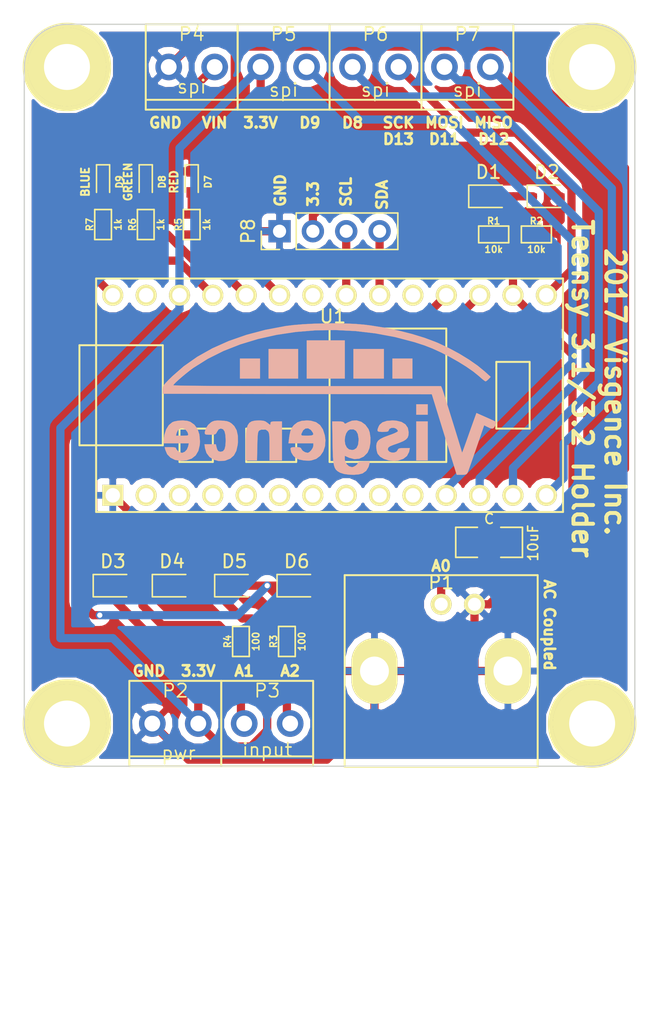
<source format=kicad_pcb>
(kicad_pcb (version 4) (host pcbnew 4.0.5)

  (general
    (links 0)
    (no_connects 0)
    (area 31.699999 36.699999 78.300001 93.300001)
    (thickness 1.6)
    (drawings 33)
    (tracks 167)
    (zones 0)
    (modules 31)
    (nets 35)
  )

  (page USLetter)
  (title_block
    (company "Teensy Holder")
    (comment 1 "Visgence Inc")
  )

  (layers
    (0 F.Cu signal)
    (31 B.Cu signal)
    (32 B.Adhes user)
    (33 F.Adhes user)
    (34 B.Paste user)
    (35 F.Paste user)
    (36 B.SilkS user)
    (37 F.SilkS user)
    (38 B.Mask user)
    (39 F.Mask user)
    (40 Dwgs.User user)
    (41 Cmts.User user)
    (42 Eco1.User user)
    (43 Eco2.User user)
    (44 Edge.Cuts user)
    (45 Margin user)
    (46 B.CrtYd user)
    (47 F.CrtYd user)
    (48 B.Fab user)
    (49 F.Fab user)
  )

  (setup
    (last_trace_width 0.625)
    (user_trace_width 0.4)
    (trace_clearance 0.2)
    (zone_clearance 0.508)
    (zone_45_only no)
    (trace_min 0.2)
    (segment_width 0.2)
    (edge_width 0.1)
    (via_size 0.6)
    (via_drill 0.4)
    (via_min_size 0.4)
    (via_min_drill 0.3)
    (uvia_size 0.3)
    (uvia_drill 0.1)
    (uvias_allowed no)
    (uvia_min_size 0.2)
    (uvia_min_drill 0.1)
    (pcb_text_width 0.3)
    (pcb_text_size 1.5 1.5)
    (mod_edge_width 0.15)
    (mod_text_size 1 1)
    (mod_text_width 0.15)
    (pad_size 1.6 1.6)
    (pad_drill 1.1)
    (pad_to_mask_clearance 0)
    (aux_axis_origin 31.75 93.25)
    (visible_elements 7FFFF7FF)
    (pcbplotparams
      (layerselection 0x00030_80000001)
      (usegerberextensions false)
      (excludeedgelayer true)
      (linewidth 0.100000)
      (plotframeref false)
      (viasonmask false)
      (mode 1)
      (useauxorigin false)
      (hpglpennumber 1)
      (hpglpenspeed 20)
      (hpglpendiameter 15)
      (hpglpenoverlay 2)
      (psnegative false)
      (psa4output false)
      (plotreference true)
      (plotvalue true)
      (plotinvisibletext false)
      (padsonsilk false)
      (subtractmaskfromsilk false)
      (outputformat 1)
      (mirror false)
      (drillshape 1)
      (scaleselection 1)
      (outputdirectory ""))
  )

  (net 0 "")
  (net 1 "Net-(10u1-Pad2)")
  (net 2 GND)
  (net 3 +3V3)
  (net 4 "Net-(U1-Pad17)")
  (net 5 "Net-(U1-Pad20)")
  (net 6 "Net-(U1-Padagnd)")
  (net 7 "Net-(U1-Pad8)")
  (net 8 "Net-(U1-Pad7)")
  (net 9 "Net-(U1-Pad6)")
  (net 10 "Net-(U1-Pad5)")
  (net 11 "Net-(U1-Pad4)")
  (net 12 "Net-(U1-Pad3)")
  (net 13 "Net-(U1-Pad2)")
  (net 14 "Net-(U1-Pad1)")
  (net 15 "Net-(U1-Pad0)")
  (net 16 A0)
  (net 17 A1)
  (net 18 A2)
  (net 19 "Net-(P3-Pad2)")
  (net 20 VIN)
  (net 21 SCK)
  (net 22 MISO)
  (net 23 MOSI)
  (net 24 "Net-(P3-Pad1)")
  (net 25 "Net-(D7-Pad2)")
  (net 26 "Net-(D8-Pad2)")
  (net 27 "Net-(D9-Pad2)")
  (net 28 D9)
  (net 29 D10)
  (net 30 SCL)
  (net 31 SDA)
  (net 32 LED1)
  (net 33 LED2)
  (net 34 LED3)

  (net_class Default "This is the default net class."
    (clearance 0.2)
    (trace_width 0.625)
    (via_dia 0.6)
    (via_drill 0.4)
    (uvia_dia 0.3)
    (uvia_drill 0.1)
    (add_net +3V3)
    (add_net A0)
    (add_net A1)
    (add_net A2)
    (add_net D10)
    (add_net D9)
    (add_net GND)
    (add_net LED1)
    (add_net LED2)
    (add_net LED3)
    (add_net MISO)
    (add_net MOSI)
    (add_net "Net-(10u1-Pad2)")
    (add_net "Net-(D7-Pad2)")
    (add_net "Net-(D8-Pad2)")
    (add_net "Net-(D9-Pad2)")
    (add_net "Net-(P3-Pad1)")
    (add_net "Net-(P3-Pad2)")
    (add_net "Net-(U1-Pad0)")
    (add_net "Net-(U1-Pad1)")
    (add_net "Net-(U1-Pad17)")
    (add_net "Net-(U1-Pad2)")
    (add_net "Net-(U1-Pad20)")
    (add_net "Net-(U1-Pad3)")
    (add_net "Net-(U1-Pad4)")
    (add_net "Net-(U1-Pad5)")
    (add_net "Net-(U1-Pad6)")
    (add_net "Net-(U1-Pad7)")
    (add_net "Net-(U1-Pad8)")
    (add_net "Net-(U1-Padagnd)")
    (add_net SCK)
    (add_net SCL)
    (add_net SDA)
    (add_net VIN)
  )

  (module visgence_parts:SM1206_VIS (layer F.Cu) (tedit 5888CB4B) (tstamp 58858C61)
    (at 67.15 76.2 180)
    (path /58859569)
    (attr smd)
    (fp_text reference 10uF (at -3.35 -0.05 270) (layer F.SilkS)
      (effects (font (size 0.762 0.762) (thickness 0.127)))
    )
    (fp_text value C (at 0 1.778 180) (layer F.SilkS)
      (effects (font (size 0.762 0.762) (thickness 0.127)))
    )
    (fp_line (start -2.54 -1.143) (end -2.54 1.143) (layer F.SilkS) (width 0.127))
    (fp_line (start -2.54 1.143) (end -0.889 1.143) (layer F.SilkS) (width 0.127))
    (fp_line (start 0.889 -1.143) (end 2.54 -1.143) (layer F.SilkS) (width 0.127))
    (fp_line (start 2.54 -1.143) (end 2.54 1.143) (layer F.SilkS) (width 0.127))
    (fp_line (start 2.54 1.143) (end 0.889 1.143) (layer F.SilkS) (width 0.127))
    (fp_line (start -0.889 -1.143) (end -2.54 -1.143) (layer F.SilkS) (width 0.127))
    (pad 1 smd rect (at -1.651 0 180) (size 1.524 2.032) (layers F.Cu F.Paste F.Mask)
      (net 16 A0))
    (pad 2 smd rect (at 1.651 0 180) (size 1.524 2.032) (layers F.Cu F.Paste F.Mask)
      (net 1 "Net-(10u1-Pad2)"))
    (model smd/chip_cms.wrl
      (at (xyz 0 0 0))
      (scale (xyz 0.17 0.16 0.16))
      (rotate (xyz 0 0 0))
    )
  )

  (module visgence_parts:BNC_TE (layer F.Cu) (tedit 5888CAA1) (tstamp 58858C69)
    (at 63.5 86 180)
    (descr BNC_TE)
    (tags BNC_TE)
    (path /58859430)
    (fp_text reference P1 (at 0 6.75 180) (layer F.SilkS)
      (effects (font (size 1 1) (thickness 0.15)))
    )
    (fp_text value BNC (at 8.13 -4.31 270) (layer F.Fab)
      (effects (font (size 1 1) (thickness 0.15)))
    )
    (fp_line (start -7.35 7.3) (end 7.35 7.3) (layer F.SilkS) (width 0.15))
    (fp_line (start -7.35 -7.3) (end -7.35 7.3) (layer F.SilkS) (width 0.15))
    (fp_line (start -7.35 -7.3) (end 7.35 -7.3) (layer F.SilkS) (width 0.15))
    (fp_line (start -5.4991 -11.90484) (end 5.4991 -12.70494) (layer Dwgs.User) (width 0.15))
    (fp_line (start -5.4991 -11.10474) (end 5.4991 -11.90484) (layer Dwgs.User) (width 0.15))
    (fp_line (start -5.4991 -10.30464) (end 5.4991 -11.10474) (layer Dwgs.User) (width 0.15))
    (fp_line (start -5.4991 -9.50454) (end 5.4991 -10.30464) (layer Dwgs.User) (width 0.15))
    (fp_line (start -5.4991 -8.70444) (end 5.4991 -9.50454) (layer Dwgs.User) (width 0.15))
    (fp_line (start -5.4991 -7.90434) (end 5.4991 -8.70444) (layer Dwgs.User) (width 0.15))
    (fp_circle (center 0 -22.80398) (end 1.00076 -22.80398) (layer Dwgs.User) (width 0.15))
    (fp_line (start 4.8006 -14.80298) (end 4.8006 -26.80448) (layer Dwgs.User) (width 0.15))
    (fp_line (start 4.8006 -26.80448) (end -4.8006 -26.80448) (layer Dwgs.User) (width 0.15))
    (fp_line (start -4.8006 -26.80448) (end -4.8006 -14.80298) (layer Dwgs.User) (width 0.15))
    (fp_line (start 5.4991 -7.3049) (end 5.4991 -14.80298) (layer Dwgs.User) (width 0.15))
    (fp_line (start 5.4991 -14.80298) (end -5.4991 -14.80298) (layer Dwgs.User) (width 0.15))
    (fp_line (start -5.4991 -14.80298) (end -5.4991 -7.3049) (layer Dwgs.User) (width 0.15))
    (fp_line (start 7.35 -7.3) (end 7.35 7.3) (layer F.SilkS) (width 0.15))
    (pad 2 thru_hole oval (at -5.08 0 180) (size 3.50012 5.00126) (drill 2.19964) (layers *.Cu *.Mask F.SilkS)
      (net 2 GND))
    (pad 2 thru_hole oval (at 5.08 0 180) (size 3.50012 5.00126) (drill 2.19964) (layers *.Cu *.Mask F.SilkS)
      (net 2 GND))
    (pad 1 thru_hole circle (at 0 5.08 180) (size 1.6002 1.6002) (drill 1.00076) (layers *.Cu *.Mask F.SilkS)
      (net 1 "Net-(10u1-Pad2)"))
    (pad 2 thru_hole circle (at -2.54 5.08 180) (size 1.6002 1.6002) (drill 1.00076) (layers *.Cu *.Mask F.SilkS)
      (net 2 GND))
    (model ${KIPRJMOD}/KiModels/BNC.wrl
      (at (xyz 0 0 0))
      (scale (xyz 1 1 1))
      (rotate (xyz 0 0 0))
    )
  )

  (module visgence_parts:SM0603_VIS (layer F.Cu) (tedit 52A161E2) (tstamp 58858C6F)
    (at 67.5 52.75)
    (path /588595E8)
    (attr smd)
    (fp_text reference R1 (at 0 -1.016) (layer F.SilkS)
      (effects (font (size 0.508 0.508) (thickness 0.1143)))
    )
    (fp_text value 10k (at 0 1.143) (layer F.SilkS)
      (effects (font (size 0.508 0.508) (thickness 0.1143)))
    )
    (fp_line (start -1.143 -0.635) (end 1.143 -0.635) (layer F.SilkS) (width 0.127))
    (fp_line (start 1.143 -0.635) (end 1.143 0.635) (layer F.SilkS) (width 0.127))
    (fp_line (start 1.143 0.635) (end -1.143 0.635) (layer F.SilkS) (width 0.127))
    (fp_line (start -1.143 0.635) (end -1.143 -0.635) (layer F.SilkS) (width 0.127))
    (pad 1 smd rect (at -0.762 0) (size 0.635 1.143) (layers F.Cu F.Paste F.Mask)
      (net 3 +3V3))
    (pad 2 smd rect (at 0.762 0) (size 0.635 1.143) (layers F.Cu F.Paste F.Mask)
      (net 16 A0))
    (model smd\resistors\R0603.wrl
      (at (xyz 0 0 0.001))
      (scale (xyz 0.5 0.5 0.5))
      (rotate (xyz 0 0 0))
    )
  )

  (module visgence_parts:SM0603_VIS (layer F.Cu) (tedit 52A161E2) (tstamp 58858C75)
    (at 70.75 52.75)
    (path /58859657)
    (attr smd)
    (fp_text reference R2 (at 0 -1.016) (layer F.SilkS)
      (effects (font (size 0.508 0.508) (thickness 0.1143)))
    )
    (fp_text value 10k (at 0 1.143) (layer F.SilkS)
      (effects (font (size 0.508 0.508) (thickness 0.1143)))
    )
    (fp_line (start -1.143 -0.635) (end 1.143 -0.635) (layer F.SilkS) (width 0.127))
    (fp_line (start 1.143 -0.635) (end 1.143 0.635) (layer F.SilkS) (width 0.127))
    (fp_line (start 1.143 0.635) (end -1.143 0.635) (layer F.SilkS) (width 0.127))
    (fp_line (start -1.143 0.635) (end -1.143 -0.635) (layer F.SilkS) (width 0.127))
    (pad 1 smd rect (at -0.762 0) (size 0.635 1.143) (layers F.Cu F.Paste F.Mask)
      (net 16 A0))
    (pad 2 smd rect (at 0.762 0) (size 0.635 1.143) (layers F.Cu F.Paste F.Mask)
      (net 2 GND))
    (model smd\resistors\R0603.wrl
      (at (xyz 0 0 0.001))
      (scale (xyz 0.5 0.5 0.5))
      (rotate (xyz 0 0 0))
    )
  )

  (module visgence_parts:Teensy31_DIP (layer F.Cu) (tedit 5888CA4B) (tstamp 58858C95)
    (at 55 65)
    (path /58858A28)
    (fp_text reference U1 (at 0.25 -6) (layer F.SilkS)
      (effects (font (size 1 1) (thickness 0.15)))
    )
    (fp_text value Teensy3.2_DIP (at 0 10.16) (layer F.Fab)
      (effects (font (size 1 1) (thickness 0.15)))
    )
    (fp_line (start -17.78 3.81) (end -19.05 3.81) (layer F.SilkS) (width 0.15))
    (fp_line (start -19.05 3.81) (end -19.05 -3.81) (layer F.SilkS) (width 0.15))
    (fp_line (start -19.05 -3.81) (end -17.78 -3.81) (layer F.SilkS) (width 0.15))
    (fp_line (start -6.35 5.08) (end -2.54 5.08) (layer F.SilkS) (width 0.15))
    (fp_line (start -2.54 5.08) (end -2.54 2.54) (layer F.SilkS) (width 0.15))
    (fp_line (start -2.54 2.54) (end -6.35 2.54) (layer F.SilkS) (width 0.15))
    (fp_line (start -6.35 2.54) (end -6.35 5.08) (layer F.SilkS) (width 0.15))
    (fp_line (start -12.7 3.81) (end -12.7 -3.81) (layer F.SilkS) (width 0.15))
    (fp_line (start -12.7 -3.81) (end -17.78 -3.81) (layer F.SilkS) (width 0.15))
    (fp_line (start -12.7 3.81) (end -17.78 3.81) (layer F.SilkS) (width 0.15))
    (fp_line (start -11.43 5.08) (end -8.89 5.08) (layer F.SilkS) (width 0.15))
    (fp_line (start -8.89 5.08) (end -8.89 2.54) (layer F.SilkS) (width 0.15))
    (fp_line (start -8.89 2.54) (end -11.43 2.54) (layer F.SilkS) (width 0.15))
    (fp_line (start -11.43 2.54) (end -11.43 5.08) (layer F.SilkS) (width 0.15))
    (fp_line (start 15.24 -2.54) (end 15.24 2.54) (layer F.SilkS) (width 0.15))
    (fp_line (start 15.24 2.54) (end 12.7 2.54) (layer F.SilkS) (width 0.15))
    (fp_line (start 12.7 2.54) (end 12.7 -2.54) (layer F.SilkS) (width 0.15))
    (fp_line (start 12.7 -2.54) (end 15.24 -2.54) (layer F.SilkS) (width 0.15))
    (fp_line (start 8.89 5.08) (end 8.89 -5.08) (layer F.SilkS) (width 0.15))
    (fp_line (start 0 -5.08) (end 0 5.08) (layer F.SilkS) (width 0.15))
    (fp_line (start 8.89 -5.08) (end 0 -5.08) (layer F.SilkS) (width 0.15))
    (fp_line (start 8.89 5.08) (end 0 5.08) (layer F.SilkS) (width 0.15))
    (fp_line (start -17.78 -8.89) (end 17.78 -8.89) (layer F.SilkS) (width 0.15))
    (fp_line (start 17.78 -8.89) (end 17.78 8.89) (layer F.SilkS) (width 0.15))
    (fp_line (start 17.78 8.89) (end -17.78 8.89) (layer F.SilkS) (width 0.15))
    (fp_line (start -17.78 8.89) (end -17.78 -8.89) (layer F.SilkS) (width 0.15))
    (pad 13 thru_hole circle (at 16.51 -7.62) (size 1.6 1.6) (drill 1.1) (layers *.Cu *.Mask F.SilkS)
      (net 21 SCK))
    (pad 12 thru_hole circle (at 16.51 7.62) (size 1.6 1.6) (drill 1.1) (layers *.Cu *.Mask F.SilkS)
      (net 22 MISO))
    (pad 14 thru_hole circle (at 13.97 -7.62) (size 1.6 1.6) (drill 1.1) (layers *.Cu *.Mask F.SilkS)
      (net 16 A0))
    (pad 15 thru_hole circle (at 11.43 -7.62) (size 1.6 1.6) (drill 1.1) (layers *.Cu *.Mask F.SilkS)
      (net 17 A1))
    (pad 16 thru_hole circle (at 8.89 -7.62) (size 1.6 1.6) (drill 1.1) (layers *.Cu *.Mask F.SilkS)
      (net 18 A2))
    (pad 17 thru_hole circle (at 6.35 -7.62) (size 1.6 1.6) (drill 1.1) (layers *.Cu *.Mask F.SilkS)
      (net 4 "Net-(U1-Pad17)"))
    (pad 18 thru_hole circle (at 3.81 -7.62) (size 1.6 1.6) (drill 1.1) (layers *.Cu *.Mask F.SilkS)
      (net 31 SDA))
    (pad 19 thru_hole circle (at 1.27 -7.62) (size 1.6 1.6) (drill 1.1) (layers *.Cu *.Mask F.SilkS)
      (net 30 SCL))
    (pad 20 thru_hole circle (at -1.27 -7.62) (size 1.6 1.6) (drill 1.1) (layers *.Cu *.Mask F.SilkS)
      (net 5 "Net-(U1-Pad20)"))
    (pad 21 thru_hole circle (at -3.81 -7.62) (size 1.6 1.6) (drill 1.1) (layers *.Cu *.Mask F.SilkS)
      (net 32 LED1))
    (pad 22 thru_hole circle (at -6.35 -7.62) (size 1.6 1.6) (drill 1.1) (layers *.Cu *.Mask F.SilkS)
      (net 33 LED2))
    (pad 23 thru_hole circle (at -8.89 -7.62) (size 1.6 1.6) (drill 1.1) (layers *.Cu *.Mask F.SilkS)
      (net 34 LED3))
    (pad 3.3 thru_hole circle (at -11.43 -7.62) (size 1.6 1.6) (drill 1.1) (layers *.Cu *.Mask F.SilkS)
      (net 3 +3V3))
    (pad agnd thru_hole circle (at -13.97 -7.62) (size 1.6 1.6) (drill 1.1) (layers *.Cu *.Mask F.SilkS)
      (net 6 "Net-(U1-Padagnd)"))
    (pad vin thru_hole circle (at -16.51 -7.62) (size 1.6 1.6) (drill 1.1) (layers *.Cu *.Mask F.SilkS)
      (net 20 VIN))
    (pad 11 thru_hole circle (at 13.97 7.62) (size 1.6 1.6) (drill 1.1) (layers *.Cu *.Mask F.SilkS)
      (net 23 MOSI))
    (pad 10 thru_hole circle (at 11.43 7.62) (size 1.6 1.6) (drill 1.1) (layers *.Cu *.Mask F.SilkS)
      (net 29 D10))
    (pad 9 thru_hole circle (at 8.89 7.62) (size 1.6 1.6) (drill 1.1) (layers *.Cu *.Mask F.SilkS)
      (net 28 D9))
    (pad 8 thru_hole circle (at 6.35 7.62) (size 1.6 1.6) (drill 1.1) (layers *.Cu *.Mask F.SilkS)
      (net 7 "Net-(U1-Pad8)"))
    (pad 7 thru_hole circle (at 3.81 7.62) (size 1.6 1.6) (drill 1.1) (layers *.Cu *.Mask F.SilkS)
      (net 8 "Net-(U1-Pad7)"))
    (pad 6 thru_hole circle (at 1.27 7.62) (size 1.6 1.6) (drill 1.1) (layers *.Cu *.Mask F.SilkS)
      (net 9 "Net-(U1-Pad6)"))
    (pad 5 thru_hole circle (at -1.27 7.62) (size 1.6 1.6) (drill 1.1) (layers *.Cu *.Mask F.SilkS)
      (net 10 "Net-(U1-Pad5)"))
    (pad 4 thru_hole circle (at -3.81 7.62) (size 1.6 1.6) (drill 1.1) (layers *.Cu *.Mask F.SilkS)
      (net 11 "Net-(U1-Pad4)"))
    (pad 3 thru_hole circle (at -6.35 7.62) (size 1.6 1.6) (drill 1.1) (layers *.Cu *.Mask F.SilkS)
      (net 12 "Net-(U1-Pad3)"))
    (pad 2 thru_hole circle (at -8.89 7.62) (size 1.6 1.6) (drill 1.1) (layers *.Cu *.Mask F.SilkS)
      (net 13 "Net-(U1-Pad2)"))
    (pad 1 thru_hole circle (at -11.43 7.62) (size 1.6 1.6) (drill 1.1) (layers *.Cu *.Mask F.SilkS)
      (net 14 "Net-(U1-Pad1)"))
    (pad 0 thru_hole circle (at -13.97 7.62) (size 1.6 1.6) (drill 1.1) (layers *.Cu *.Mask F.SilkS)
      (net 15 "Net-(U1-Pad0)"))
    (pad gnd thru_hole rect (at -16.51 7.62) (size 1.6 1.6) (drill 1.1) (layers *.Cu *.Mask F.SilkS)
      (net 2 GND))
  )

  (module visgence_parts:Term3.5-2 (layer F.Cu) (tedit 5888CBE1) (tstamp 5885931C)
    (at 43.25 90)
    (path /58865FC0)
    (fp_text reference P2 (at 0 -2.5) (layer F.SilkS)
      (effects (font (size 1.016 1.016) (thickness 0.127)))
    )
    (fp_text value pwr (at 0.25 2.25) (layer F.SilkS)
      (effects (font (size 1.016 1.016) (thickness 0.127)))
    )
    (fp_line (start -3.5 2.5) (end 3.5 2.5) (layer F.SilkS) (width 0.15))
    (fp_line (start 3.5 3.25) (end -3.5 3.25) (layer F.SilkS) (width 0.15))
    (fp_line (start -3.5 -3.25) (end 3.5 -3.25) (layer F.SilkS) (width 0.15))
    (fp_line (start 3.5 -3.25) (end 3.5 3.25) (layer F.SilkS) (width 0.15))
    (fp_line (start -3.5 3.25) (end -3.5 -3.25) (layer F.SilkS) (width 0.15))
    (pad 1 thru_hole circle (at -1.75006 0) (size 2.032 2.032) (drill 1.2) (layers *.Cu *.Mask)
      (net 2 GND))
    (pad 2 thru_hole circle (at 1.75006 0) (size 2.032 2.032) (drill 1.2) (layers *.Cu *.Mask)
      (net 3 +3V3))
  )

  (module visgence_parts:Term3.5-2 (layer F.Cu) (tedit 5888CBE5) (tstamp 58859322)
    (at 50.25 90)
    (path /5885E3F3)
    (fp_text reference P3 (at 0 -2.5) (layer F.SilkS)
      (effects (font (size 1.016 1.016) (thickness 0.127)))
    )
    (fp_text value input (at 0 2) (layer F.SilkS)
      (effects (font (size 1.016 1.016) (thickness 0.127)))
    )
    (fp_line (start -3.5 2.5) (end 3.5 2.5) (layer F.SilkS) (width 0.15))
    (fp_line (start 3.5 3.25) (end -3.5 3.25) (layer F.SilkS) (width 0.15))
    (fp_line (start -3.5 -3.25) (end 3.5 -3.25) (layer F.SilkS) (width 0.15))
    (fp_line (start 3.5 -3.25) (end 3.5 3.25) (layer F.SilkS) (width 0.15))
    (fp_line (start -3.5 3.25) (end -3.5 -3.25) (layer F.SilkS) (width 0.15))
    (pad 1 thru_hole circle (at -1.75006 0) (size 2.032 2.032) (drill 1.2) (layers *.Cu *.Mask)
      (net 24 "Net-(P3-Pad1)"))
    (pad 2 thru_hole circle (at 1.75006 0) (size 2.032 2.032) (drill 1.2) (layers *.Cu *.Mask)
      (net 19 "Net-(P3-Pad2)"))
  )

  (module visgence_parts:Term3.5-2 (layer F.Cu) (tedit 58868D71) (tstamp 58859328)
    (at 44.5 40)
    (path /58879F2F)
    (fp_text reference P4 (at 0 -2.5) (layer F.SilkS)
      (effects (font (size 1.016 1.016) (thickness 0.127)))
    )
    (fp_text value spi (at 0 1.5) (layer F.SilkS)
      (effects (font (size 1.016 1.016) (thickness 0.127)))
    )
    (fp_line (start -3.5 2.5) (end 3.5 2.5) (layer F.SilkS) (width 0.15))
    (fp_line (start 3.5 3.25) (end -3.5 3.25) (layer F.SilkS) (width 0.15))
    (fp_line (start -3.5 -3.25) (end 3.5 -3.25) (layer F.SilkS) (width 0.15))
    (fp_line (start 3.5 -3.25) (end 3.5 3.25) (layer F.SilkS) (width 0.15))
    (fp_line (start -3.5 3.25) (end -3.5 -3.25) (layer F.SilkS) (width 0.15))
    (pad 1 thru_hole circle (at -1.75006 0) (size 2.032 2.032) (drill 1.2) (layers *.Cu *.Mask)
      (net 2 GND))
    (pad 2 thru_hole circle (at 1.75006 0) (size 2.032 2.032) (drill 1.2) (layers *.Cu *.Mask)
      (net 20 VIN))
  )

  (module visgence_parts:SM0603_VIS (layer F.Cu) (tedit 52A161E2) (tstamp 5885932E)
    (at 51.75 83.75 90)
    (path /5885DB24)
    (attr smd)
    (fp_text reference R3 (at 0 -1.016 90) (layer F.SilkS)
      (effects (font (size 0.508 0.508) (thickness 0.1143)))
    )
    (fp_text value 100 (at 0 1.143 90) (layer F.SilkS)
      (effects (font (size 0.508 0.508) (thickness 0.1143)))
    )
    (fp_line (start -1.143 -0.635) (end 1.143 -0.635) (layer F.SilkS) (width 0.127))
    (fp_line (start 1.143 -0.635) (end 1.143 0.635) (layer F.SilkS) (width 0.127))
    (fp_line (start 1.143 0.635) (end -1.143 0.635) (layer F.SilkS) (width 0.127))
    (fp_line (start -1.143 0.635) (end -1.143 -0.635) (layer F.SilkS) (width 0.127))
    (pad 1 smd rect (at -0.762 0 90) (size 0.635 1.143) (layers F.Cu F.Paste F.Mask)
      (net 19 "Net-(P3-Pad2)"))
    (pad 2 smd rect (at 0.762 0 90) (size 0.635 1.143) (layers F.Cu F.Paste F.Mask)
      (net 18 A2))
    (model smd\resistors\R0603.wrl
      (at (xyz 0 0 0.001))
      (scale (xyz 0.5 0.5 0.5))
      (rotate (xyz 0 0 0))
    )
  )

  (module visgence_parts:SM0603_VIS (layer F.Cu) (tedit 52A161E2) (tstamp 58859334)
    (at 48.25 83.75 90)
    (path /5885D9CE)
    (attr smd)
    (fp_text reference R4 (at 0 -1.016 90) (layer F.SilkS)
      (effects (font (size 0.508 0.508) (thickness 0.1143)))
    )
    (fp_text value 100 (at 0 1.143 90) (layer F.SilkS)
      (effects (font (size 0.508 0.508) (thickness 0.1143)))
    )
    (fp_line (start -1.143 -0.635) (end 1.143 -0.635) (layer F.SilkS) (width 0.127))
    (fp_line (start 1.143 -0.635) (end 1.143 0.635) (layer F.SilkS) (width 0.127))
    (fp_line (start 1.143 0.635) (end -1.143 0.635) (layer F.SilkS) (width 0.127))
    (fp_line (start -1.143 0.635) (end -1.143 -0.635) (layer F.SilkS) (width 0.127))
    (pad 1 smd rect (at -0.762 0 90) (size 0.635 1.143) (layers F.Cu F.Paste F.Mask)
      (net 24 "Net-(P3-Pad1)"))
    (pad 2 smd rect (at 0.762 0 90) (size 0.635 1.143) (layers F.Cu F.Paste F.Mask)
      (net 17 A1))
    (model smd\resistors\R0603.wrl
      (at (xyz 0 0 0.001))
      (scale (xyz 0.5 0.5 0.5))
      (rotate (xyz 0 0 0))
    )
  )

  (module visgence_parts:1pin_C (layer F.Cu) (tedit 531FE69D) (tstamp 588594D6)
    (at 35 40)
    (descr "module 1 pin (ou trou mecanique de percage)")
    (tags DEV)
    (fp_text reference h? (at 0 -3.048) (layer F.SilkS) hide
      (effects (font (size 1.016 1.016) (thickness 0.254)))
    )
    (fp_text value pin (at 0 2.794) (layer F.SilkS) hide
      (effects (font (size 1.016 1.016) (thickness 0.254)))
    )
    (fp_circle (center 0 0) (end 3.175 0.2286) (layer F.SilkS) (width 0.381))
    (pad 1 thru_hole circle (at 0 0) (size 6 6) (drill 3.5) (layers *.Cu *.Mask F.SilkS))
  )

  (module visgence_parts:1pin_C (layer F.Cu) (tedit 531FE69D) (tstamp 588594D9)
    (at 75 40)
    (descr "module 1 pin (ou trou mecanique de percage)")
    (tags DEV)
    (fp_text reference h? (at 0 -3.048) (layer F.SilkS) hide
      (effects (font (size 1.016 1.016) (thickness 0.254)))
    )
    (fp_text value pin (at 0 2.794) (layer F.SilkS) hide
      (effects (font (size 1.016 1.016) (thickness 0.254)))
    )
    (fp_circle (center 0 0) (end 3.175 0.2286) (layer F.SilkS) (width 0.381))
    (pad 1 thru_hole circle (at 0 0) (size 6 6) (drill 3.5) (layers *.Cu *.Mask F.SilkS))
  )

  (module visgence_parts:1pin_C (layer F.Cu) (tedit 531FE69D) (tstamp 588594DA)
    (at 75 90)
    (descr "module 1 pin (ou trou mecanique de percage)")
    (tags DEV)
    (fp_text reference h? (at 0 -3.048) (layer F.SilkS) hide
      (effects (font (size 1.016 1.016) (thickness 0.254)))
    )
    (fp_text value pin (at 0 2.794) (layer F.SilkS) hide
      (effects (font (size 1.016 1.016) (thickness 0.254)))
    )
    (fp_circle (center 0 0) (end 3.175 0.2286) (layer F.SilkS) (width 0.381))
    (pad 1 thru_hole circle (at 0 0) (size 6 6) (drill 3.5) (layers *.Cu *.Mask F.SilkS))
  )

  (module visgence_parts:1pin_C (layer F.Cu) (tedit 531FE69D) (tstamp 588594DB)
    (at 35 90)
    (descr "module 1 pin (ou trou mecanique de percage)")
    (tags DEV)
    (fp_text reference h? (at 0 -3.048) (layer F.SilkS) hide
      (effects (font (size 1.016 1.016) (thickness 0.254)))
    )
    (fp_text value pin (at 0 2.794) (layer F.SilkS) hide
      (effects (font (size 1.016 1.016) (thickness 0.254)))
    )
    (fp_circle (center 0 0) (end 3.175 0.2286) (layer F.SilkS) (width 0.381))
    (pad 1 thru_hole circle (at 0 0) (size 6 6) (drill 3.5) (layers *.Cu *.Mask F.SilkS))
  )

  (module LEDs:LED_0603 (layer F.Cu) (tedit 5888C9FE) (tstamp 58868BDF)
    (at 44.5 48.75 270)
    (descr "LED 0603 smd package")
    (tags "LED led 0603 SMD smd SMT smt smdled SMDLED smtled SMTLED")
    (path /588744D8)
    (attr smd)
    (fp_text reference D7 (at 0 -1.25 270) (layer F.SilkS)
      (effects (font (size 0.5 0.5) (thickness 0.125)))
    )
    (fp_text value RED (at 0 1.35 270) (layer F.SilkS)
      (effects (font (size 0.6 0.6) (thickness 0.15)))
    )
    (fp_line (start -1.3 -0.5) (end -1.3 0.5) (layer F.SilkS) (width 0.12))
    (fp_line (start -0.2 -0.2) (end -0.2 0.2) (layer F.Fab) (width 0.1))
    (fp_line (start -0.15 0) (end 0.15 -0.2) (layer F.Fab) (width 0.1))
    (fp_line (start 0.15 0.2) (end -0.15 0) (layer F.Fab) (width 0.1))
    (fp_line (start 0.15 -0.2) (end 0.15 0.2) (layer F.Fab) (width 0.1))
    (fp_line (start 0.8 0.4) (end -0.8 0.4) (layer F.Fab) (width 0.1))
    (fp_line (start 0.8 -0.4) (end 0.8 0.4) (layer F.Fab) (width 0.1))
    (fp_line (start -0.8 -0.4) (end 0.8 -0.4) (layer F.Fab) (width 0.1))
    (fp_line (start -0.8 0.4) (end -0.8 -0.4) (layer F.Fab) (width 0.1))
    (fp_line (start -1.3 0.5) (end 0.8 0.5) (layer F.SilkS) (width 0.12))
    (fp_line (start -1.3 -0.5) (end 0.8 -0.5) (layer F.SilkS) (width 0.12))
    (fp_line (start 1.45 -0.65) (end 1.45 0.65) (layer F.CrtYd) (width 0.05))
    (fp_line (start 1.45 0.65) (end -1.45 0.65) (layer F.CrtYd) (width 0.05))
    (fp_line (start -1.45 0.65) (end -1.45 -0.65) (layer F.CrtYd) (width 0.05))
    (fp_line (start -1.45 -0.65) (end 1.45 -0.65) (layer F.CrtYd) (width 0.05))
    (pad 2 smd rect (at 0.8 0 90) (size 0.8 0.8) (layers F.Cu F.Paste F.Mask)
      (net 25 "Net-(D7-Pad2)"))
    (pad 1 smd rect (at -0.8 0 90) (size 0.8 0.8) (layers F.Cu F.Paste F.Mask)
      (net 2 GND))
    (model LEDs.3dshapes/LED_0603.wrl
      (at (xyz 0 0 0))
      (scale (xyz 1 1 1))
      (rotate (xyz 0 0 180))
    )
  )

  (module LEDs:LED_0603 (layer F.Cu) (tedit 5888C9E3) (tstamp 58868BE5)
    (at 41 48.75 270)
    (descr "LED 0603 smd package")
    (tags "LED led 0603 SMD smd SMT smt smdled SMDLED smtled SMTLED")
    (path /588754E0)
    (attr smd)
    (fp_text reference D8 (at 0 -1.25 270) (layer F.SilkS)
      (effects (font (size 0.5 0.5) (thickness 0.125)))
    )
    (fp_text value GREEN (at 0 1.35 270) (layer F.SilkS)
      (effects (font (size 0.6 0.6) (thickness 0.15)))
    )
    (fp_line (start -1.3 -0.5) (end -1.3 0.5) (layer F.SilkS) (width 0.12))
    (fp_line (start -0.2 -0.2) (end -0.2 0.2) (layer F.Fab) (width 0.1))
    (fp_line (start -0.15 0) (end 0.15 -0.2) (layer F.Fab) (width 0.1))
    (fp_line (start 0.15 0.2) (end -0.15 0) (layer F.Fab) (width 0.1))
    (fp_line (start 0.15 -0.2) (end 0.15 0.2) (layer F.Fab) (width 0.1))
    (fp_line (start 0.8 0.4) (end -0.8 0.4) (layer F.Fab) (width 0.1))
    (fp_line (start 0.8 -0.4) (end 0.8 0.4) (layer F.Fab) (width 0.1))
    (fp_line (start -0.8 -0.4) (end 0.8 -0.4) (layer F.Fab) (width 0.1))
    (fp_line (start -0.8 0.4) (end -0.8 -0.4) (layer F.Fab) (width 0.1))
    (fp_line (start -1.3 0.5) (end 0.8 0.5) (layer F.SilkS) (width 0.12))
    (fp_line (start -1.3 -0.5) (end 0.8 -0.5) (layer F.SilkS) (width 0.12))
    (fp_line (start 1.45 -0.65) (end 1.45 0.65) (layer F.CrtYd) (width 0.05))
    (fp_line (start 1.45 0.65) (end -1.45 0.65) (layer F.CrtYd) (width 0.05))
    (fp_line (start -1.45 0.65) (end -1.45 -0.65) (layer F.CrtYd) (width 0.05))
    (fp_line (start -1.45 -0.65) (end 1.45 -0.65) (layer F.CrtYd) (width 0.05))
    (pad 2 smd rect (at 0.8 0 90) (size 0.8 0.8) (layers F.Cu F.Paste F.Mask)
      (net 26 "Net-(D8-Pad2)"))
    (pad 1 smd rect (at -0.8 0 90) (size 0.8 0.8) (layers F.Cu F.Paste F.Mask)
      (net 2 GND))
    (model LEDs.3dshapes/LED_0603.wrl
      (at (xyz 0 0 0))
      (scale (xyz 1 1 1))
      (rotate (xyz 0 0 180))
    )
  )

  (module LEDs:LED_0603 (layer F.Cu) (tedit 5888C9D5) (tstamp 58868BEB)
    (at 37.75 48.75 270)
    (descr "LED 0603 smd package")
    (tags "LED led 0603 SMD smd SMT smt smdled SMDLED smtled SMTLED")
    (path /58875560)
    (attr smd)
    (fp_text reference D9 (at 0 -1.25 270) (layer F.SilkS)
      (effects (font (size 0.5 0.5) (thickness 0.125)))
    )
    (fp_text value BLUE (at 0 1.35 270) (layer F.SilkS)
      (effects (font (size 0.6 0.6) (thickness 0.15)))
    )
    (fp_line (start -1.3 -0.5) (end -1.3 0.5) (layer F.SilkS) (width 0.12))
    (fp_line (start -0.2 -0.2) (end -0.2 0.2) (layer F.Fab) (width 0.1))
    (fp_line (start -0.15 0) (end 0.15 -0.2) (layer F.Fab) (width 0.1))
    (fp_line (start 0.15 0.2) (end -0.15 0) (layer F.Fab) (width 0.1))
    (fp_line (start 0.15 -0.2) (end 0.15 0.2) (layer F.Fab) (width 0.1))
    (fp_line (start 0.8 0.4) (end -0.8 0.4) (layer F.Fab) (width 0.1))
    (fp_line (start 0.8 -0.4) (end 0.8 0.4) (layer F.Fab) (width 0.1))
    (fp_line (start -0.8 -0.4) (end 0.8 -0.4) (layer F.Fab) (width 0.1))
    (fp_line (start -0.8 0.4) (end -0.8 -0.4) (layer F.Fab) (width 0.1))
    (fp_line (start -1.3 0.5) (end 0.8 0.5) (layer F.SilkS) (width 0.12))
    (fp_line (start -1.3 -0.5) (end 0.8 -0.5) (layer F.SilkS) (width 0.12))
    (fp_line (start 1.45 -0.65) (end 1.45 0.65) (layer F.CrtYd) (width 0.05))
    (fp_line (start 1.45 0.65) (end -1.45 0.65) (layer F.CrtYd) (width 0.05))
    (fp_line (start -1.45 0.65) (end -1.45 -0.65) (layer F.CrtYd) (width 0.05))
    (fp_line (start -1.45 -0.65) (end 1.45 -0.65) (layer F.CrtYd) (width 0.05))
    (pad 2 smd rect (at 0.8 0 90) (size 0.8 0.8) (layers F.Cu F.Paste F.Mask)
      (net 27 "Net-(D9-Pad2)"))
    (pad 1 smd rect (at -0.8 0 90) (size 0.8 0.8) (layers F.Cu F.Paste F.Mask)
      (net 2 GND))
    (model LEDs.3dshapes/LED_0603.wrl
      (at (xyz 0 0 0))
      (scale (xyz 1 1 1))
      (rotate (xyz 0 0 180))
    )
  )

  (module visgence_parts:Term3.5-2 (layer F.Cu) (tedit 58868D6F) (tstamp 58868BF1)
    (at 51.5 40)
    (path /5886A27A)
    (fp_text reference P5 (at 0 -2.5) (layer F.SilkS)
      (effects (font (size 1.016 1.016) (thickness 0.127)))
    )
    (fp_text value spi (at 0 1.75) (layer F.SilkS)
      (effects (font (size 1.016 1.016) (thickness 0.127)))
    )
    (fp_line (start -3.5 2.5) (end 3.5 2.5) (layer F.SilkS) (width 0.15))
    (fp_line (start 3.5 3.25) (end -3.5 3.25) (layer F.SilkS) (width 0.15))
    (fp_line (start -3.5 -3.25) (end 3.5 -3.25) (layer F.SilkS) (width 0.15))
    (fp_line (start 3.5 -3.25) (end 3.5 3.25) (layer F.SilkS) (width 0.15))
    (fp_line (start -3.5 3.25) (end -3.5 -3.25) (layer F.SilkS) (width 0.15))
    (pad 1 thru_hole circle (at -1.75006 0) (size 2.032 2.032) (drill 1.2) (layers *.Cu *.Mask)
      (net 3 +3V3))
    (pad 2 thru_hole circle (at 1.75006 0) (size 2.032 2.032) (drill 1.2) (layers *.Cu *.Mask)
      (net 28 D9))
  )

  (module visgence_parts:Term3.5-2 (layer F.Cu) (tedit 58868D5F) (tstamp 58868BF7)
    (at 58.5 40)
    (path /5886A734)
    (fp_text reference P6 (at 0 -2.5) (layer F.SilkS)
      (effects (font (size 1.016 1.016) (thickness 0.127)))
    )
    (fp_text value spi (at 0 1.75) (layer F.SilkS)
      (effects (font (size 1.016 1.016) (thickness 0.127)))
    )
    (fp_line (start -3.5 2.5) (end 3.5 2.5) (layer F.SilkS) (width 0.15))
    (fp_line (start 3.5 3.25) (end -3.5 3.25) (layer F.SilkS) (width 0.15))
    (fp_line (start -3.5 -3.25) (end 3.5 -3.25) (layer F.SilkS) (width 0.15))
    (fp_line (start 3.5 -3.25) (end 3.5 3.25) (layer F.SilkS) (width 0.15))
    (fp_line (start -3.5 3.25) (end -3.5 -3.25) (layer F.SilkS) (width 0.15))
    (pad 1 thru_hole circle (at -1.75006 0) (size 2.032 2.032) (drill 1.2) (layers *.Cu *.Mask)
      (net 29 D10))
    (pad 2 thru_hole circle (at 1.75006 0) (size 2.032 2.032) (drill 1.2) (layers *.Cu *.Mask)
      (net 21 SCK))
  )

  (module visgence_parts:Term3.5-2 (layer F.Cu) (tedit 58868D5C) (tstamp 58868BFD)
    (at 65.5 40)
    (path /5886A792)
    (fp_text reference P7 (at 0 -2.5) (layer F.SilkS)
      (effects (font (size 1.016 1.016) (thickness 0.127)))
    )
    (fp_text value spi (at 0 1.75) (layer F.SilkS)
      (effects (font (size 1.016 1.016) (thickness 0.127)))
    )
    (fp_line (start -3.5 2.5) (end 3.5 2.5) (layer F.SilkS) (width 0.15))
    (fp_line (start 3.5 3.25) (end -3.5 3.25) (layer F.SilkS) (width 0.15))
    (fp_line (start -3.5 -3.25) (end 3.5 -3.25) (layer F.SilkS) (width 0.15))
    (fp_line (start 3.5 -3.25) (end 3.5 3.25) (layer F.SilkS) (width 0.15))
    (fp_line (start -3.5 3.25) (end -3.5 -3.25) (layer F.SilkS) (width 0.15))
    (pad 1 thru_hole circle (at -1.75006 0) (size 2.032 2.032) (drill 1.2) (layers *.Cu *.Mask)
      (net 23 MOSI))
    (pad 2 thru_hole circle (at 1.75006 0) (size 2.032 2.032) (drill 1.2) (layers *.Cu *.Mask)
      (net 22 MISO))
  )

  (module Pin_Headers:Pin_Header_Straight_1x04_Pitch2.54mm (layer F.Cu) (tedit 5862ED52) (tstamp 58868C05)
    (at 51.19 52.51 90)
    (descr "Through hole straight pin header, 1x04, 2.54mm pitch, single row")
    (tags "Through hole pin header THT 1x04 2.54mm single row")
    (path /5886DEA6)
    (fp_text reference P8 (at 0 -2.39 90) (layer F.SilkS)
      (effects (font (size 1 1) (thickness 0.15)))
    )
    (fp_text value i2c (at 0 10.01 90) (layer F.Fab)
      (effects (font (size 1 1) (thickness 0.15)))
    )
    (fp_line (start -1.27 -1.27) (end -1.27 8.89) (layer F.Fab) (width 0.1))
    (fp_line (start -1.27 8.89) (end 1.27 8.89) (layer F.Fab) (width 0.1))
    (fp_line (start 1.27 8.89) (end 1.27 -1.27) (layer F.Fab) (width 0.1))
    (fp_line (start 1.27 -1.27) (end -1.27 -1.27) (layer F.Fab) (width 0.1))
    (fp_line (start -1.39 1.27) (end -1.39 9.01) (layer F.SilkS) (width 0.12))
    (fp_line (start -1.39 9.01) (end 1.39 9.01) (layer F.SilkS) (width 0.12))
    (fp_line (start 1.39 9.01) (end 1.39 1.27) (layer F.SilkS) (width 0.12))
    (fp_line (start 1.39 1.27) (end -1.39 1.27) (layer F.SilkS) (width 0.12))
    (fp_line (start -1.39 0) (end -1.39 -1.39) (layer F.SilkS) (width 0.12))
    (fp_line (start -1.39 -1.39) (end 0 -1.39) (layer F.SilkS) (width 0.12))
    (fp_line (start -1.6 -1.6) (end -1.6 9.2) (layer F.CrtYd) (width 0.05))
    (fp_line (start -1.6 9.2) (end 1.6 9.2) (layer F.CrtYd) (width 0.05))
    (fp_line (start 1.6 9.2) (end 1.6 -1.6) (layer F.CrtYd) (width 0.05))
    (fp_line (start 1.6 -1.6) (end -1.6 -1.6) (layer F.CrtYd) (width 0.05))
    (pad 1 thru_hole rect (at 0 0 90) (size 1.7 1.7) (drill 1) (layers *.Cu *.Mask)
      (net 2 GND))
    (pad 2 thru_hole oval (at 0 2.54 90) (size 1.7 1.7) (drill 1) (layers *.Cu *.Mask)
      (net 3 +3V3))
    (pad 3 thru_hole oval (at 0 5.08 90) (size 1.7 1.7) (drill 1) (layers *.Cu *.Mask)
      (net 30 SCL))
    (pad 4 thru_hole oval (at 0 7.62 90) (size 1.7 1.7) (drill 1) (layers *.Cu *.Mask)
      (net 31 SDA))
    (model Pin_Headers.3dshapes/Pin_Header_Straight_1x04_Pitch2.54mm.wrl
      (at (xyz 0 -0.15 0))
      (scale (xyz 1 1 1))
      (rotate (xyz 0 0 90))
    )
  )

  (module visgence_parts:SM0603_VIS (layer F.Cu) (tedit 52A161E2) (tstamp 58868C0B)
    (at 44.5 52 90)
    (path /5887432B)
    (attr smd)
    (fp_text reference R5 (at 0 -1.016 90) (layer F.SilkS)
      (effects (font (size 0.508 0.508) (thickness 0.1143)))
    )
    (fp_text value 1k (at 0 1.143 90) (layer F.SilkS)
      (effects (font (size 0.508 0.508) (thickness 0.1143)))
    )
    (fp_line (start -1.143 -0.635) (end 1.143 -0.635) (layer F.SilkS) (width 0.127))
    (fp_line (start 1.143 -0.635) (end 1.143 0.635) (layer F.SilkS) (width 0.127))
    (fp_line (start 1.143 0.635) (end -1.143 0.635) (layer F.SilkS) (width 0.127))
    (fp_line (start -1.143 0.635) (end -1.143 -0.635) (layer F.SilkS) (width 0.127))
    (pad 1 smd rect (at -0.762 0 90) (size 0.635 1.143) (layers F.Cu F.Paste F.Mask)
      (net 32 LED1))
    (pad 2 smd rect (at 0.762 0 90) (size 0.635 1.143) (layers F.Cu F.Paste F.Mask)
      (net 25 "Net-(D7-Pad2)"))
    (model smd\resistors\R0603.wrl
      (at (xyz 0 0 0.001))
      (scale (xyz 0.5 0.5 0.5))
      (rotate (xyz 0 0 0))
    )
  )

  (module visgence_parts:SM0603_VIS (layer F.Cu) (tedit 52A161E2) (tstamp 58868C11)
    (at 41 52 90)
    (path /588754DA)
    (attr smd)
    (fp_text reference R6 (at 0 -1.016 90) (layer F.SilkS)
      (effects (font (size 0.508 0.508) (thickness 0.1143)))
    )
    (fp_text value 1k (at 0 1.143 90) (layer F.SilkS)
      (effects (font (size 0.508 0.508) (thickness 0.1143)))
    )
    (fp_line (start -1.143 -0.635) (end 1.143 -0.635) (layer F.SilkS) (width 0.127))
    (fp_line (start 1.143 -0.635) (end 1.143 0.635) (layer F.SilkS) (width 0.127))
    (fp_line (start 1.143 0.635) (end -1.143 0.635) (layer F.SilkS) (width 0.127))
    (fp_line (start -1.143 0.635) (end -1.143 -0.635) (layer F.SilkS) (width 0.127))
    (pad 1 smd rect (at -0.762 0 90) (size 0.635 1.143) (layers F.Cu F.Paste F.Mask)
      (net 33 LED2))
    (pad 2 smd rect (at 0.762 0 90) (size 0.635 1.143) (layers F.Cu F.Paste F.Mask)
      (net 26 "Net-(D8-Pad2)"))
    (model smd\resistors\R0603.wrl
      (at (xyz 0 0 0.001))
      (scale (xyz 0.5 0.5 0.5))
      (rotate (xyz 0 0 0))
    )
  )

  (module visgence_parts:SM0603_VIS (layer F.Cu) (tedit 52A161E2) (tstamp 58868C17)
    (at 37.75 52 90)
    (path /5887555A)
    (attr smd)
    (fp_text reference R7 (at 0 -1.016 90) (layer F.SilkS)
      (effects (font (size 0.508 0.508) (thickness 0.1143)))
    )
    (fp_text value 1k (at 0 1.143 90) (layer F.SilkS)
      (effects (font (size 0.508 0.508) (thickness 0.1143)))
    )
    (fp_line (start -1.143 -0.635) (end 1.143 -0.635) (layer F.SilkS) (width 0.127))
    (fp_line (start 1.143 -0.635) (end 1.143 0.635) (layer F.SilkS) (width 0.127))
    (fp_line (start 1.143 0.635) (end -1.143 0.635) (layer F.SilkS) (width 0.127))
    (fp_line (start -1.143 0.635) (end -1.143 -0.635) (layer F.SilkS) (width 0.127))
    (pad 1 smd rect (at -0.762 0 90) (size 0.635 1.143) (layers F.Cu F.Paste F.Mask)
      (net 34 LED3))
    (pad 2 smd rect (at 0.762 0 90) (size 0.635 1.143) (layers F.Cu F.Paste F.Mask)
      (net 27 "Net-(D9-Pad2)"))
    (model smd\resistors\R0603.wrl
      (at (xyz 0 0 0.001))
      (scale (xyz 0.5 0.5 0.5))
      (rotate (xyz 0 0 0))
    )
  )

  (module Diodes_SMD:D_SOD-323 (layer F.Cu) (tedit 58641739) (tstamp 58868E96)
    (at 67.1 49.85)
    (descr SOD-323)
    (tags SOD-323)
    (path /5885B5DF)
    (attr smd)
    (fp_text reference D1 (at 0 -1.85) (layer F.SilkS)
      (effects (font (size 1 1) (thickness 0.15)))
    )
    (fp_text value D (at 0.1 1.9) (layer F.Fab)
      (effects (font (size 1 1) (thickness 0.15)))
    )
    (fp_line (start -1.5 -0.85) (end -1.5 0.85) (layer F.SilkS) (width 0.12))
    (fp_line (start 0.2 0) (end 0.45 0) (layer F.Fab) (width 0.1))
    (fp_line (start 0.2 0.35) (end -0.3 0) (layer F.Fab) (width 0.1))
    (fp_line (start 0.2 -0.35) (end 0.2 0.35) (layer F.Fab) (width 0.1))
    (fp_line (start -0.3 0) (end 0.2 -0.35) (layer F.Fab) (width 0.1))
    (fp_line (start -0.3 0) (end -0.5 0) (layer F.Fab) (width 0.1))
    (fp_line (start -0.3 -0.35) (end -0.3 0.35) (layer F.Fab) (width 0.1))
    (fp_line (start -0.9 0.7) (end -0.9 -0.7) (layer F.Fab) (width 0.1))
    (fp_line (start 0.9 0.7) (end -0.9 0.7) (layer F.Fab) (width 0.1))
    (fp_line (start 0.9 -0.7) (end 0.9 0.7) (layer F.Fab) (width 0.1))
    (fp_line (start -0.9 -0.7) (end 0.9 -0.7) (layer F.Fab) (width 0.1))
    (fp_line (start -1.6 -0.95) (end 1.6 -0.95) (layer F.CrtYd) (width 0.05))
    (fp_line (start 1.6 -0.95) (end 1.6 0.95) (layer F.CrtYd) (width 0.05))
    (fp_line (start -1.6 0.95) (end 1.6 0.95) (layer F.CrtYd) (width 0.05))
    (fp_line (start -1.6 -0.95) (end -1.6 0.95) (layer F.CrtYd) (width 0.05))
    (fp_line (start -1.5 0.85) (end 1.05 0.85) (layer F.SilkS) (width 0.12))
    (fp_line (start -1.5 -0.85) (end 1.05 -0.85) (layer F.SilkS) (width 0.12))
    (pad 1 smd rect (at -1.05 0) (size 0.6 0.45) (layers F.Cu F.Paste F.Mask)
      (net 3 +3V3))
    (pad 2 smd rect (at 1.05 0) (size 0.6 0.45) (layers F.Cu F.Paste F.Mask)
      (net 16 A0))
    (model Diodes_SMD.3dshapes/D_SOD-323.wrl
      (at (xyz 0 0 0))
      (scale (xyz 1 1 1))
      (rotate (xyz 0 0 180))
    )
  )

  (module Diodes_SMD:D_SOD-323 (layer F.Cu) (tedit 58641739) (tstamp 58868E9B)
    (at 71.55 49.85)
    (descr SOD-323)
    (tags SOD-323)
    (path /5885B6B0)
    (attr smd)
    (fp_text reference D2 (at 0 -1.85) (layer F.SilkS)
      (effects (font (size 1 1) (thickness 0.15)))
    )
    (fp_text value D (at 0.1 1.9) (layer F.Fab)
      (effects (font (size 1 1) (thickness 0.15)))
    )
    (fp_line (start -1.5 -0.85) (end -1.5 0.85) (layer F.SilkS) (width 0.12))
    (fp_line (start 0.2 0) (end 0.45 0) (layer F.Fab) (width 0.1))
    (fp_line (start 0.2 0.35) (end -0.3 0) (layer F.Fab) (width 0.1))
    (fp_line (start 0.2 -0.35) (end 0.2 0.35) (layer F.Fab) (width 0.1))
    (fp_line (start -0.3 0) (end 0.2 -0.35) (layer F.Fab) (width 0.1))
    (fp_line (start -0.3 0) (end -0.5 0) (layer F.Fab) (width 0.1))
    (fp_line (start -0.3 -0.35) (end -0.3 0.35) (layer F.Fab) (width 0.1))
    (fp_line (start -0.9 0.7) (end -0.9 -0.7) (layer F.Fab) (width 0.1))
    (fp_line (start 0.9 0.7) (end -0.9 0.7) (layer F.Fab) (width 0.1))
    (fp_line (start 0.9 -0.7) (end 0.9 0.7) (layer F.Fab) (width 0.1))
    (fp_line (start -0.9 -0.7) (end 0.9 -0.7) (layer F.Fab) (width 0.1))
    (fp_line (start -1.6 -0.95) (end 1.6 -0.95) (layer F.CrtYd) (width 0.05))
    (fp_line (start 1.6 -0.95) (end 1.6 0.95) (layer F.CrtYd) (width 0.05))
    (fp_line (start -1.6 0.95) (end 1.6 0.95) (layer F.CrtYd) (width 0.05))
    (fp_line (start -1.6 -0.95) (end -1.6 0.95) (layer F.CrtYd) (width 0.05))
    (fp_line (start -1.5 0.85) (end 1.05 0.85) (layer F.SilkS) (width 0.12))
    (fp_line (start -1.5 -0.85) (end 1.05 -0.85) (layer F.SilkS) (width 0.12))
    (pad 1 smd rect (at -1.05 0) (size 0.6 0.45) (layers F.Cu F.Paste F.Mask)
      (net 16 A0))
    (pad 2 smd rect (at 1.05 0) (size 0.6 0.45) (layers F.Cu F.Paste F.Mask)
      (net 2 GND))
    (model Diodes_SMD.3dshapes/D_SOD-323.wrl
      (at (xyz 0 0 0))
      (scale (xyz 1 1 1))
      (rotate (xyz 0 0 180))
    )
  )

  (module Diodes_SMD:D_SOD-323 (layer F.Cu) (tedit 58641739) (tstamp 58868EA0)
    (at 38.5 79.5)
    (descr SOD-323)
    (tags SOD-323)
    (path /5885BD97)
    (attr smd)
    (fp_text reference D3 (at 0 -1.85) (layer F.SilkS)
      (effects (font (size 1 1) (thickness 0.15)))
    )
    (fp_text value D (at 0.1 1.9) (layer F.Fab)
      (effects (font (size 1 1) (thickness 0.15)))
    )
    (fp_line (start -1.5 -0.85) (end -1.5 0.85) (layer F.SilkS) (width 0.12))
    (fp_line (start 0.2 0) (end 0.45 0) (layer F.Fab) (width 0.1))
    (fp_line (start 0.2 0.35) (end -0.3 0) (layer F.Fab) (width 0.1))
    (fp_line (start 0.2 -0.35) (end 0.2 0.35) (layer F.Fab) (width 0.1))
    (fp_line (start -0.3 0) (end 0.2 -0.35) (layer F.Fab) (width 0.1))
    (fp_line (start -0.3 0) (end -0.5 0) (layer F.Fab) (width 0.1))
    (fp_line (start -0.3 -0.35) (end -0.3 0.35) (layer F.Fab) (width 0.1))
    (fp_line (start -0.9 0.7) (end -0.9 -0.7) (layer F.Fab) (width 0.1))
    (fp_line (start 0.9 0.7) (end -0.9 0.7) (layer F.Fab) (width 0.1))
    (fp_line (start 0.9 -0.7) (end 0.9 0.7) (layer F.Fab) (width 0.1))
    (fp_line (start -0.9 -0.7) (end 0.9 -0.7) (layer F.Fab) (width 0.1))
    (fp_line (start -1.6 -0.95) (end 1.6 -0.95) (layer F.CrtYd) (width 0.05))
    (fp_line (start 1.6 -0.95) (end 1.6 0.95) (layer F.CrtYd) (width 0.05))
    (fp_line (start -1.6 0.95) (end 1.6 0.95) (layer F.CrtYd) (width 0.05))
    (fp_line (start -1.6 -0.95) (end -1.6 0.95) (layer F.CrtYd) (width 0.05))
    (fp_line (start -1.5 0.85) (end 1.05 0.85) (layer F.SilkS) (width 0.12))
    (fp_line (start -1.5 -0.85) (end 1.05 -0.85) (layer F.SilkS) (width 0.12))
    (pad 1 smd rect (at -1.05 0) (size 0.6 0.45) (layers F.Cu F.Paste F.Mask)
      (net 3 +3V3))
    (pad 2 smd rect (at 1.05 0) (size 0.6 0.45) (layers F.Cu F.Paste F.Mask)
      (net 17 A1))
    (model Diodes_SMD.3dshapes/D_SOD-323.wrl
      (at (xyz 0 0 0))
      (scale (xyz 1 1 1))
      (rotate (xyz 0 0 180))
    )
  )

  (module Diodes_SMD:D_SOD-323 (layer F.Cu) (tedit 58641739) (tstamp 58868EA5)
    (at 43 79.5)
    (descr SOD-323)
    (tags SOD-323)
    (path /5885C1A7)
    (attr smd)
    (fp_text reference D4 (at 0 -1.85) (layer F.SilkS)
      (effects (font (size 1 1) (thickness 0.15)))
    )
    (fp_text value D (at 0.1 1.9) (layer F.Fab)
      (effects (font (size 1 1) (thickness 0.15)))
    )
    (fp_line (start -1.5 -0.85) (end -1.5 0.85) (layer F.SilkS) (width 0.12))
    (fp_line (start 0.2 0) (end 0.45 0) (layer F.Fab) (width 0.1))
    (fp_line (start 0.2 0.35) (end -0.3 0) (layer F.Fab) (width 0.1))
    (fp_line (start 0.2 -0.35) (end 0.2 0.35) (layer F.Fab) (width 0.1))
    (fp_line (start -0.3 0) (end 0.2 -0.35) (layer F.Fab) (width 0.1))
    (fp_line (start -0.3 0) (end -0.5 0) (layer F.Fab) (width 0.1))
    (fp_line (start -0.3 -0.35) (end -0.3 0.35) (layer F.Fab) (width 0.1))
    (fp_line (start -0.9 0.7) (end -0.9 -0.7) (layer F.Fab) (width 0.1))
    (fp_line (start 0.9 0.7) (end -0.9 0.7) (layer F.Fab) (width 0.1))
    (fp_line (start 0.9 -0.7) (end 0.9 0.7) (layer F.Fab) (width 0.1))
    (fp_line (start -0.9 -0.7) (end 0.9 -0.7) (layer F.Fab) (width 0.1))
    (fp_line (start -1.6 -0.95) (end 1.6 -0.95) (layer F.CrtYd) (width 0.05))
    (fp_line (start 1.6 -0.95) (end 1.6 0.95) (layer F.CrtYd) (width 0.05))
    (fp_line (start -1.6 0.95) (end 1.6 0.95) (layer F.CrtYd) (width 0.05))
    (fp_line (start -1.6 -0.95) (end -1.6 0.95) (layer F.CrtYd) (width 0.05))
    (fp_line (start -1.5 0.85) (end 1.05 0.85) (layer F.SilkS) (width 0.12))
    (fp_line (start -1.5 -0.85) (end 1.05 -0.85) (layer F.SilkS) (width 0.12))
    (pad 1 smd rect (at -1.05 0) (size 0.6 0.45) (layers F.Cu F.Paste F.Mask)
      (net 17 A1))
    (pad 2 smd rect (at 1.05 0) (size 0.6 0.45) (layers F.Cu F.Paste F.Mask)
      (net 2 GND))
    (model Diodes_SMD.3dshapes/D_SOD-323.wrl
      (at (xyz 0 0 0))
      (scale (xyz 1 1 1))
      (rotate (xyz 0 0 180))
    )
  )

  (module Diodes_SMD:D_SOD-323 (layer F.Cu) (tedit 58641739) (tstamp 58868EAA)
    (at 47.75 79.5)
    (descr SOD-323)
    (tags SOD-323)
    (path /5885D115)
    (attr smd)
    (fp_text reference D5 (at 0 -1.85) (layer F.SilkS)
      (effects (font (size 1 1) (thickness 0.15)))
    )
    (fp_text value D (at 0.1 1.9) (layer F.Fab)
      (effects (font (size 1 1) (thickness 0.15)))
    )
    (fp_line (start -1.5 -0.85) (end -1.5 0.85) (layer F.SilkS) (width 0.12))
    (fp_line (start 0.2 0) (end 0.45 0) (layer F.Fab) (width 0.1))
    (fp_line (start 0.2 0.35) (end -0.3 0) (layer F.Fab) (width 0.1))
    (fp_line (start 0.2 -0.35) (end 0.2 0.35) (layer F.Fab) (width 0.1))
    (fp_line (start -0.3 0) (end 0.2 -0.35) (layer F.Fab) (width 0.1))
    (fp_line (start -0.3 0) (end -0.5 0) (layer F.Fab) (width 0.1))
    (fp_line (start -0.3 -0.35) (end -0.3 0.35) (layer F.Fab) (width 0.1))
    (fp_line (start -0.9 0.7) (end -0.9 -0.7) (layer F.Fab) (width 0.1))
    (fp_line (start 0.9 0.7) (end -0.9 0.7) (layer F.Fab) (width 0.1))
    (fp_line (start 0.9 -0.7) (end 0.9 0.7) (layer F.Fab) (width 0.1))
    (fp_line (start -0.9 -0.7) (end 0.9 -0.7) (layer F.Fab) (width 0.1))
    (fp_line (start -1.6 -0.95) (end 1.6 -0.95) (layer F.CrtYd) (width 0.05))
    (fp_line (start 1.6 -0.95) (end 1.6 0.95) (layer F.CrtYd) (width 0.05))
    (fp_line (start -1.6 0.95) (end 1.6 0.95) (layer F.CrtYd) (width 0.05))
    (fp_line (start -1.6 -0.95) (end -1.6 0.95) (layer F.CrtYd) (width 0.05))
    (fp_line (start -1.5 0.85) (end 1.05 0.85) (layer F.SilkS) (width 0.12))
    (fp_line (start -1.5 -0.85) (end 1.05 -0.85) (layer F.SilkS) (width 0.12))
    (pad 1 smd rect (at -1.05 0) (size 0.6 0.45) (layers F.Cu F.Paste F.Mask)
      (net 3 +3V3))
    (pad 2 smd rect (at 1.05 0) (size 0.6 0.45) (layers F.Cu F.Paste F.Mask)
      (net 18 A2))
    (model Diodes_SMD.3dshapes/D_SOD-323.wrl
      (at (xyz 0 0 0))
      (scale (xyz 1 1 1))
      (rotate (xyz 0 0 180))
    )
  )

  (module Diodes_SMD:D_SOD-323 (layer F.Cu) (tedit 58641739) (tstamp 58868EAF)
    (at 52.5 79.5)
    (descr SOD-323)
    (tags SOD-323)
    (path /5885D11B)
    (attr smd)
    (fp_text reference D6 (at 0 -1.85) (layer F.SilkS)
      (effects (font (size 1 1) (thickness 0.15)))
    )
    (fp_text value D (at 0.1 1.9) (layer F.Fab)
      (effects (font (size 1 1) (thickness 0.15)))
    )
    (fp_line (start -1.5 -0.85) (end -1.5 0.85) (layer F.SilkS) (width 0.12))
    (fp_line (start 0.2 0) (end 0.45 0) (layer F.Fab) (width 0.1))
    (fp_line (start 0.2 0.35) (end -0.3 0) (layer F.Fab) (width 0.1))
    (fp_line (start 0.2 -0.35) (end 0.2 0.35) (layer F.Fab) (width 0.1))
    (fp_line (start -0.3 0) (end 0.2 -0.35) (layer F.Fab) (width 0.1))
    (fp_line (start -0.3 0) (end -0.5 0) (layer F.Fab) (width 0.1))
    (fp_line (start -0.3 -0.35) (end -0.3 0.35) (layer F.Fab) (width 0.1))
    (fp_line (start -0.9 0.7) (end -0.9 -0.7) (layer F.Fab) (width 0.1))
    (fp_line (start 0.9 0.7) (end -0.9 0.7) (layer F.Fab) (width 0.1))
    (fp_line (start 0.9 -0.7) (end 0.9 0.7) (layer F.Fab) (width 0.1))
    (fp_line (start -0.9 -0.7) (end 0.9 -0.7) (layer F.Fab) (width 0.1))
    (fp_line (start -1.6 -0.95) (end 1.6 -0.95) (layer F.CrtYd) (width 0.05))
    (fp_line (start 1.6 -0.95) (end 1.6 0.95) (layer F.CrtYd) (width 0.05))
    (fp_line (start -1.6 0.95) (end 1.6 0.95) (layer F.CrtYd) (width 0.05))
    (fp_line (start -1.6 -0.95) (end -1.6 0.95) (layer F.CrtYd) (width 0.05))
    (fp_line (start -1.5 0.85) (end 1.05 0.85) (layer F.SilkS) (width 0.12))
    (fp_line (start -1.5 -0.85) (end 1.05 -0.85) (layer F.SilkS) (width 0.12))
    (pad 1 smd rect (at -1.05 0) (size 0.6 0.45) (layers F.Cu F.Paste F.Mask)
      (net 18 A2))
    (pad 2 smd rect (at 1.05 0) (size 0.6 0.45) (layers F.Cu F.Paste F.Mask)
      (net 2 GND))
    (model Diodes_SMD.3dshapes/D_SOD-323.wrl
      (at (xyz 0 0 0))
      (scale (xyz 1 1 1))
      (rotate (xyz 0 0 180))
    )
  )

  (module visgence_parts:LOGO_BIG (layer B.Cu) (tedit 57BB2B8B) (tstamp 5888D0C9)
    (at 55 65.25 180)
    (fp_text reference G*** (at 0 6.5 180) (layer B.SilkS) hide
      (effects (font (thickness 0.3)) (justify mirror))
    )
    (fp_text value LOGO (at 0 -7 180) (layer B.SilkS) hide
      (effects (font (thickness 0.3)) (justify mirror))
    )
    (fp_poly (pts (xy 0.392582 5.721931) (xy 1.223977 5.6981) (xy 2.016586 5.656502) (xy 2.735459 5.597757)
      (xy 3.345644 5.522487) (xy 3.355456 5.520978) (xy 4.887738 5.231217) (xy 6.331264 4.849888)
      (xy 7.680171 4.379586) (xy 8.928597 3.822904) (xy 10.070678 3.182437) (xy 11.100552 2.460778)
      (xy 11.956143 1.715505) (xy 12.248782 1.429521) (xy 12.452519 1.221382) (xy 12.583421 1.068689)
      (xy 12.657552 0.949045) (xy 12.690979 0.840051) (xy 12.699767 0.71931) (xy 12.7 0.678442)
      (xy 12.7 0.363357) (xy 2.456867 0.344964) (xy -7.786267 0.326571) (xy -8.734633 -2.739572)
      (xy -9.683 -5.805715) (xy -10.065669 -5.805715) (xy -10.291891 -5.799382) (xy -10.419508 -5.765151)
      (xy -10.49497 -5.680168) (xy -10.545085 -5.569857) (xy -10.595693 -5.435442) (xy -10.685233 -5.186176)
      (xy -10.805786 -4.844581) (xy -10.949434 -4.433179) (xy -11.108255 -3.974492) (xy -11.207684 -3.685523)
      (xy -11.773535 -2.037046) (xy -11.964624 -2.134186) (xy -12.218757 -2.252869) (xy -12.383743 -2.291546)
      (xy -12.493603 -2.246998) (xy -12.582356 -2.116005) (xy -12.603143 -2.073769) (xy -12.673899 -1.903604)
      (xy -12.698635 -1.79748) (xy -12.694863 -1.785797) (xy -12.619752 -1.745909) (xy -12.439898 -1.660923)
      (xy -12.183521 -1.543939) (xy -11.924892 -1.42841) (xy -11.18607 -1.101335) (xy -10.998009 -1.621096)
      (xy -10.902899 -1.885942) (xy -10.775079 -2.244632) (xy -10.629871 -2.654046) (xy -10.482593 -3.071061)
      (xy -10.452381 -3.156858) (xy -10.327631 -3.507587) (xy -10.22134 -3.799306) (xy -10.14185 -4.009683)
      (xy -10.097504 -4.116386) (xy -10.091121 -4.123937) (xy -10.068859 -4.039123) (xy -10.00897 -3.83542)
      (xy -9.917527 -3.532346) (xy -9.800604 -3.149418) (xy -9.664275 -2.706156) (xy -9.514612 -2.222077)
      (xy -9.357689 -1.7167) (xy -9.19958 -1.209542) (xy -9.046359 -0.720123) (xy -8.904097 -0.26796)
      (xy -8.77887 0.127428) (xy -8.676751 0.446524) (xy -8.603812 0.669809) (xy -8.566128 0.777764)
      (xy -8.565123 0.780142) (xy -8.493968 0.943428) (xy 1.703873 0.943428) (xy 3.127189 0.943904)
      (xy 4.461433 0.945309) (xy 5.701848 0.947614) (xy 6.843673 0.950785) (xy 7.882148 0.954792)
      (xy 8.812514 0.959603) (xy 9.630012 0.965186) (xy 10.329881 0.97151) (xy 10.907362 0.978543)
      (xy 11.357695 0.986254) (xy 11.67612 0.994612) (xy 11.857879 1.003584) (xy 11.901715 1.010994)
      (xy 11.848025 1.090842) (xy 11.702167 1.239504) (xy 11.486962 1.437224) (xy 11.225228 1.664246)
      (xy 10.939786 1.900814) (xy 10.653454 2.127174) (xy 10.389052 2.32357) (xy 10.369943 2.337104)
      (xy 9.277073 3.02424) (xy 8.083388 3.620481) (xy 6.802264 4.124525) (xy 5.447076 4.53507)
      (xy 4.031199 4.850815) (xy 2.568008 5.070458) (xy 1.07088 5.192697) (xy -0.44681 5.216231)
      (xy -1.971688 5.139758) (xy -3.490378 4.961977) (xy -4.989504 4.681586) (xy -6.455692 4.297283)
      (xy -7.220857 4.048937) (xy -7.825103 3.813967) (xy -8.476485 3.517166) (xy -9.144495 3.175801)
      (xy -9.798627 2.807134) (xy -10.408373 2.428433) (xy -10.943225 2.05696) (xy -11.372676 1.709981)
      (xy -11.403889 1.681669) (xy -11.607865 1.502227) (xy -11.774591 1.369491) (xy -11.872969 1.307922)
      (xy -11.881096 1.306285) (xy -11.973476 1.354546) (xy -12.104025 1.471376) (xy -12.110523 1.478235)
      (xy -12.272062 1.650185) (xy -11.817391 2.061639) (xy -11.270693 2.508612) (xy -10.613379 2.966525)
      (xy -9.876878 3.416477) (xy -9.092614 3.839565) (xy -8.292015 4.21689) (xy -8.091714 4.302391)
      (xy -7.24438 4.619489) (xy -6.287953 4.912949) (xy -5.257692 5.174232) (xy -4.188859 5.394798)
      (xy -3.116715 5.566107) (xy -2.621842 5.62716) (xy -1.984811 5.680608) (xy -1.246763 5.713806)
      (xy -0.442648 5.727373) (xy 0.392582 5.721931)) (layer B.SilkS) (width 0.01))
    (fp_poly (pts (xy -1.710192 -1.68571) (xy -1.394821 -1.814816) (xy -1.2355 -1.901857) (xy -1.154038 -1.908571)
      (xy -1.114914 -1.85083) (xy -1.042859 -1.784221) (xy -0.874585 -1.749902) (xy -0.639342 -1.741715)
      (xy -0.205642 -1.741715) (xy -0.229854 -3.356429) (xy -0.241381 -3.957146) (xy -0.259004 -4.430862)
      (xy -0.287438 -4.795713) (xy -0.331397 -5.069835) (xy -0.395595 -5.271364) (xy -0.484745 -5.418434)
      (xy -0.603562 -5.529183) (xy -0.75676 -5.621745) (xy -0.827944 -5.657364) (xy -1.106865 -5.744921)
      (xy -1.469171 -5.794714) (xy -1.85995 -5.80536) (xy -2.224291 -5.77548) (xy -2.507282 -5.703693)
      (xy -2.516379 -5.699823) (xy -2.790835 -5.504885) (xy -2.969325 -5.203293) (xy -3.01973 -5.021778)
      (xy -3.066142 -4.789715) (xy -2.621642 -4.789715) (xy -2.38602 -4.80053) (xy -2.225875 -4.828891)
      (xy -2.177142 -4.862286) (xy -2.11637 -4.993669) (xy -1.970122 -5.123527) (xy -1.792501 -5.21053)
      (xy -1.702129 -5.225143) (xy -1.478119 -5.159325) (xy -1.291713 -4.988865) (xy -1.178853 -4.754255)
      (xy -1.161142 -4.615665) (xy -1.161142 -4.362448) (xy -1.495144 -4.510192) (xy -1.884552 -4.611735)
      (xy -2.261652 -4.579443) (xy -2.600018 -4.421177) (xy -2.873226 -4.144798) (xy -2.909518 -4.089508)
      (xy -3.039283 -3.773505) (xy -3.107549 -3.379013) (xy -3.11033 -3.152893) (xy -2.213428 -3.152893)
      (xy -2.172977 -3.520338) (xy -2.052623 -3.769991) (xy -1.853863 -3.89958) (xy -1.709022 -3.918858)
      (xy -1.476468 -3.871995) (xy -1.311552 -3.727642) (xy -1.197283 -3.494365) (xy -1.156158 -3.210121)
      (xy -1.181194 -2.91412) (xy -1.265409 -2.645572) (xy -1.401817 -2.443686) (xy -1.556368 -2.35307)
      (xy -1.820455 -2.344723) (xy -2.021181 -2.462906) (xy -2.153193 -2.701103) (xy -2.211137 -3.052798)
      (xy -2.213428 -3.152893) (xy -3.11033 -3.152893) (xy -3.112707 -2.959752) (xy -3.05315 -2.569444)
      (xy -2.962404 -2.322872) (xy -2.724374 -1.995498) (xy -2.418366 -1.774357) (xy -2.071323 -1.668184)
      (xy -1.710192 -1.68571)) (layer B.SilkS) (width 0.01))
    (fp_poly (pts (xy -4.348551 -1.704702) (xy -4.024963 -1.814255) (xy -3.809206 -2.002113) (xy -3.734816 -2.135915)
      (xy -3.655464 -2.347323) (xy -3.652498 -2.468296) (xy -3.746385 -2.523957) (xy -3.957592 -2.53943)
      (xy -4.063999 -2.54) (xy -4.315836 -2.531888) (xy -4.45122 -2.502804) (xy -4.498178 -2.445624)
      (xy -4.499428 -2.429347) (xy -4.560885 -2.307101) (xy -4.711268 -2.236322) (xy -4.899593 -2.229844)
      (xy -5.058015 -2.288698) (xy -5.176158 -2.397852) (xy -5.206986 -2.490197) (xy -5.130365 -2.549963)
      (xy -4.947571 -2.638494) (xy -4.690897 -2.741039) (xy -4.541891 -2.794) (xy -4.141382 -2.942235)
      (xy -3.862868 -3.079207) (xy -3.686141 -3.222726) (xy -3.590995 -3.390604) (xy -3.557221 -3.60065)
      (xy -3.555999 -3.66297) (xy -3.580589 -3.921148) (xy -3.641982 -4.156605) (xy -3.666352 -4.212035)
      (xy -3.85211 -4.427964) (xy -4.141929 -4.598382) (xy -4.4986 -4.711095) (xy -4.884917 -4.753905)
      (xy -5.225142 -4.723005) (xy -5.619915 -4.589614) (xy -5.895144 -4.374012) (xy -6.05075 -4.076264)
      (xy -6.067923 -4.00481) (xy -6.114142 -3.773715) (xy -5.674533 -3.773715) (xy -5.423851 -3.780534)
      (xy -5.281417 -3.808267) (xy -5.210683 -3.867823) (xy -5.18891 -3.918689) (xy -5.087041 -4.052275)
      (xy -4.918833 -4.115344) (xy -4.727929 -4.113216) (xy -4.557972 -4.051207) (xy -4.452605 -3.934636)
      (xy -4.440044 -3.827441) (xy -4.486127 -3.722064) (xy -4.610038 -3.632224) (xy -4.841323 -3.538008)
      (xy -4.898571 -3.518396) (xy -5.32282 -3.368602) (xy -5.626188 -3.238648) (xy -5.828302 -3.111987)
      (xy -5.948788 -2.972068) (xy -6.007272 -2.802344) (xy -6.02338 -2.586266) (xy -6.023428 -2.569925)
      (xy -5.961075 -2.231087) (xy -5.778435 -1.967508) (xy -5.482135 -1.784028) (xy -5.078802 -1.685486)
      (xy -4.789714 -1.669143) (xy -4.348551 -1.704702)) (layer B.SilkS) (width 0.01))
    (fp_poly (pts (xy 2.12743 -1.700977) (xy 2.436458 -1.806468) (xy 2.693525 -2.000597) (xy 2.734738 -2.043248)
      (xy 2.879994 -2.235098) (xy 2.980007 -2.466914) (xy 3.049844 -2.780194) (xy 3.079789 -2.993572)
      (xy 3.131016 -3.410858) (xy 1.233715 -3.410858) (xy 1.233715 -3.595585) (xy 1.280365 -3.755818)
      (xy 1.393681 -3.933107) (xy 1.533709 -4.076881) (xy 1.660496 -4.136569) (xy 1.66112 -4.136572)
      (xy 1.860062 -4.091008) (xy 2.04198 -3.980399) (xy 2.139538 -3.850443) (xy 2.189609 -3.762274)
      (xy 2.293425 -3.717153) (xy 2.49003 -3.701882) (xy 2.581177 -3.701143) (xy 2.809746 -3.707396)
      (xy 2.92818 -3.734904) (xy 2.971256 -3.796787) (xy 2.975429 -3.84989) (xy 2.916753 -4.100025)
      (xy 2.765798 -4.351106) (xy 2.574564 -4.53017) (xy 2.311021 -4.643962) (xy 1.963982 -4.713776)
      (xy 1.590802 -4.730659) (xy 1.395525 -4.714186) (xy 1.016006 -4.593734) (xy 0.707978 -4.360346)
      (xy 0.481562 -4.032617) (xy 0.346876 -3.629139) (xy 0.314039 -3.168507) (xy 0.359451 -2.810409)
      (xy 0.381996 -2.739106) (xy 1.240018 -2.739106) (xy 1.335999 -2.802917) (xy 1.55919 -2.828005)
      (xy 1.710319 -2.830286) (xy 1.9643 -2.827543) (xy 2.102211 -2.811901) (xy 2.153116 -2.772242)
      (xy 2.146077 -2.69745) (xy 2.137164 -2.667) (xy 2.010569 -2.417019) (xy 1.833957 -2.280683)
      (xy 1.634046 -2.266014) (xy 1.437552 -2.381033) (xy 1.384125 -2.44093) (xy 1.259857 -2.622976)
      (xy 1.240018 -2.739106) (xy 0.381996 -2.739106) (xy 0.503408 -2.355117) (xy 0.725377 -2.020407)
      (xy 1.032924 -1.799961) (xy 1.433616 -1.687461) (xy 1.726044 -1.669143) (xy 2.12743 -1.700977)) (layer B.SilkS) (width 0.01))
    (fp_poly (pts (xy 8.756486 -1.693485) (xy 8.920864 -1.749858) (xy 9.024406 -1.80765) (xy 9.250091 -2.009125)
      (xy 9.421703 -2.276946) (xy 9.504153 -2.553093) (xy 9.506858 -2.605397) (xy 9.492214 -2.691587)
      (xy 9.425522 -2.737127) (xy 9.272638 -2.754352) (xy 9.089572 -2.756144) (xy 8.851034 -2.749924)
      (xy 8.712854 -2.720176) (xy 8.630292 -2.646846) (xy 8.563429 -2.520287) (xy 8.446272 -2.34529)
      (xy 8.29676 -2.286596) (xy 8.275287 -2.286) (xy 8.111477 -2.336603) (xy 7.999019 -2.495384)
      (xy 7.933725 -2.772802) (xy 7.911408 -3.179316) (xy 7.911356 -3.195138) (xy 7.932129 -3.592026)
      (xy 7.99972 -3.860329) (xy 8.119306 -4.010504) (xy 8.296062 -4.053006) (xy 8.334589 -4.050001)
      (xy 8.473666 -4.004718) (xy 8.556504 -3.882105) (xy 8.594371 -3.755572) (xy 8.661599 -3.483429)
      (xy 9.525968 -3.483429) (xy 9.485442 -3.785575) (xy 9.36966 -4.153629) (xy 9.144685 -4.446576)
      (xy 8.832647 -4.651117) (xy 8.455678 -4.753954) (xy 8.035908 -4.74179) (xy 7.930247 -4.720039)
      (xy 7.560223 -4.573695) (xy 7.285276 -4.331355) (xy 7.099869 -3.98489) (xy 6.998465 -3.526169)
      (xy 6.981119 -3.326211) (xy 6.987962 -2.816327) (xy 7.078114 -2.41198) (xy 7.257303 -2.096036)
      (xy 7.45645 -1.904586) (xy 7.626528 -1.793909) (xy 7.8092 -1.728143) (xy 8.055959 -1.692649)
      (xy 8.245246 -1.680341) (xy 8.547876 -1.673024) (xy 8.756486 -1.693485)) (layer B.SilkS) (width 0.01))
    (fp_poly (pts (xy 11.526058 -1.686374) (xy 11.833587 -1.746882) (xy 11.975418 -1.803361) (xy 12.242192 -2.022709)
      (xy 12.447943 -2.351979) (xy 12.577751 -2.763463) (xy 12.608389 -2.978562) (xy 12.647588 -3.410858)
      (xy 10.722429 -3.410858) (xy 10.768005 -3.646715) (xy 10.862503 -3.8769) (xy 11.02496 -4.053865)
      (xy 11.214495 -4.135223) (xy 11.240464 -4.136572) (xy 11.405331 -4.091555) (xy 11.567733 -3.984451)
      (xy 11.671446 -3.857178) (xy 11.684 -3.805885) (xy 11.721343 -3.7445) (xy 11.850274 -3.711629)
      (xy 12.096155 -3.701191) (xy 12.120812 -3.701143) (xy 12.557623 -3.701143) (xy 12.512825 -3.900715)
      (xy 12.367698 -4.243308) (xy 12.114706 -4.503417) (xy 11.770871 -4.672513) (xy 11.353217 -4.742069)
      (xy 10.90172 -4.707844) (xy 10.499994 -4.572105) (xy 10.195957 -4.329645) (xy 9.990843 -3.982201)
      (xy 9.885888 -3.531511) (xy 9.871309 -3.258401) (xy 9.91416 -2.753762) (xy 10.761983 -2.753762)
      (xy 10.79217 -2.802634) (xy 10.900007 -2.82447) (xy 11.114386 -2.830123) (xy 11.215263 -2.830286)
      (xy 11.699735 -2.830286) (xy 11.65161 -2.630715) (xy 11.540882 -2.396752) (xy 11.370207 -2.273077)
      (xy 11.172374 -2.258324) (xy 10.980174 -2.351128) (xy 10.826395 -2.550121) (xy 10.780551 -2.667)
      (xy 10.761983 -2.753762) (xy 9.91416 -2.753762) (xy 9.915673 -2.73595) (xy 10.055609 -2.317458)
      (xy 10.295615 -1.993869) (xy 10.609968 -1.771521) (xy 10.855951 -1.697335) (xy 11.180746 -1.669405)
      (xy 11.526058 -1.686374)) (layer B.SilkS) (width 0.01))
    (fp_poly (pts (xy -6.604 -4.717143) (xy -7.474857 -4.717143) (xy -7.474857 -1.741715) (xy -6.604 -1.741715)
      (xy -6.604 -4.717143)) (layer B.SilkS) (width 0.01))
    (fp_poly (pts (xy 5.69897 -1.684182) (xy 5.93423 -1.739758) (xy 6.110019 -1.851561) (xy 6.234582 -2.035282)
      (xy 6.316162 -2.30661) (xy 6.363005 -2.681236) (xy 6.383356 -3.174848) (xy 6.386286 -3.553669)
      (xy 6.386286 -4.717143) (xy 5.525886 -4.717143) (xy 5.502515 -3.622568) (xy 5.491802 -3.197037)
      (xy 5.47862 -2.893147) (xy 5.459744 -2.687399) (xy 5.431951 -2.556294) (xy 5.392019 -2.476332)
      (xy 5.338273 -2.42514) (xy 5.100545 -2.330134) (xy 4.860233 -2.367697) (xy 4.717143 -2.467429)
      (xy 4.659923 -2.536642) (xy 4.619984 -2.627309) (xy 4.594275 -2.764606) (xy 4.579744 -2.973712)
      (xy 4.573339 -3.279802) (xy 4.572001 -3.664858) (xy 4.572001 -4.717143) (xy 3.628572 -4.717143)
      (xy 3.628572 -1.741715) (xy 4.064 -1.741715) (xy 4.30662 -1.746692) (xy 4.437701 -1.769395)
      (xy 4.49072 -1.821478) (xy 4.499429 -1.893309) (xy 4.50687 -1.983544) (xy 4.550025 -1.990567)
      (xy 4.660147 -1.909299) (xy 4.722711 -1.857023) (xy 4.878357 -1.747358) (xy 5.046953 -1.690292)
      (xy 5.284223 -1.670274) (xy 5.395992 -1.669143) (xy 5.69897 -1.684182)) (layer B.SilkS) (width 0.01))
    (fp_poly (pts (xy -6.604 -1.233715) (xy -7.474857 -1.233715) (xy -7.474857 -0.435429) (xy -6.604 -0.435429)
      (xy -6.604 -1.233715)) (layer B.SilkS) (width 0.01))
    (fp_poly (pts (xy -4.789714 1.524) (xy -6.313714 1.524) (xy -6.313714 3.048) (xy -4.789714 3.048)
      (xy -4.789714 1.524)) (layer B.SilkS) (width 0.01))
    (fp_poly (pts (xy -1.814285 1.524) (xy -4.136571 1.524) (xy -4.136571 3.773714) (xy -1.814285 3.773714)
      (xy -1.814285 1.524)) (layer B.SilkS) (width 0.01))
    (fp_poly (pts (xy 1.741715 1.524) (xy -1.161142 1.524) (xy -1.161142 4.426857) (xy 1.741715 4.426857)
      (xy 1.741715 1.524)) (layer B.SilkS) (width 0.01))
    (fp_poly (pts (xy 4.644572 1.524) (xy 2.394858 1.524) (xy 2.394858 3.773714) (xy 4.644572 3.773714)
      (xy 4.644572 1.524)) (layer B.SilkS) (width 0.01))
    (fp_poly (pts (xy 6.821715 1.524) (xy 5.297715 1.524) (xy 5.297715 3.048) (xy 6.821715 3.048)
      (xy 6.821715 1.524)) (layer B.SilkS) (width 0.01))
  )

  (gr_text "Teensy 3.1/3.2 Holder" (at 74.25 64.5 270) (layer F.SilkS)
    (effects (font (size 1.5 1.5) (thickness 0.3)))
  )
  (gr_text "2017 Visgence Inc." (at 76.75 64.75 270) (layer F.SilkS)
    (effects (font (size 1.5 1.5) (thickness 0.3)))
  )
  (gr_text "AC Coupled" (at 71.75 82.5 270) (layer F.SilkS)
    (effects (font (size 0.8 0.8) (thickness 0.2)))
  )
  (gr_text A0 (at 63.5 78) (layer F.SilkS)
    (effects (font (size 0.8 0.8) (thickness 0.2)))
  )
  (gr_text A2 (at 52 86) (layer F.SilkS)
    (effects (font (size 0.8 0.8) (thickness 0.2)))
  )
  (gr_text A1 (at 48.5 86) (layer F.SilkS)
    (effects (font (size 0.8 0.8) (thickness 0.2)))
  )
  (gr_text 3.3V (at 45 86) (layer F.SilkS)
    (effects (font (size 0.8 0.8) (thickness 0.2)))
  )
  (gr_text GND (at 41.25 86) (layer F.SilkS)
    (effects (font (size 0.8 0.8) (thickness 0.2)))
  )
  (gr_text GND (at 51.25 50.75 90) (layer F.SilkS)
    (effects (font (size 0.8 0.8) (thickness 0.2)) (justify left))
  )
  (gr_text 3.3 (at 53.75 50.75 90) (layer F.SilkS)
    (effects (font (size 0.8 0.8) (thickness 0.2)) (justify left))
  )
  (gr_text SCL (at 56.25 50.75 90) (layer F.SilkS)
    (effects (font (size 0.8 0.8) (thickness 0.2)) (justify left))
  )
  (gr_text SDA (at 59 51 90) (layer F.SilkS)
    (effects (font (size 0.8 0.8) (thickness 0.2)) (justify left))
  )
  (gr_text D12 (at 67.5 45.5) (layer F.SilkS)
    (effects (font (size 0.8 0.8) (thickness 0.2)))
  )
  (gr_text D11 (at 63.75 45.5) (layer F.SilkS)
    (effects (font (size 0.8 0.8) (thickness 0.2)))
  )
  (gr_text D13 (at 60.25 45.5) (layer F.SilkS)
    (effects (font (size 0.8 0.8) (thickness 0.2)))
  )
  (gr_text MISO (at 67.5 44.25) (layer F.SilkS)
    (effects (font (size 0.8 0.8) (thickness 0.2)))
  )
  (gr_text MOSI (at 63.75 44.25) (layer F.SilkS)
    (effects (font (size 0.8 0.8) (thickness 0.2)))
  )
  (gr_text SCK (at 60.25 44.25) (layer F.SilkS)
    (effects (font (size 0.8 0.8) (thickness 0.2)))
  )
  (gr_text D8 (at 56.75 44.25) (layer F.SilkS)
    (effects (font (size 0.8 0.8) (thickness 0.2)))
  )
  (gr_text D9 (at 53.5 44.25) (layer F.SilkS)
    (effects (font (size 0.8 0.8) (thickness 0.2)))
  )
  (gr_text 3.3V (at 49.75 44.25) (layer F.SilkS)
    (effects (font (size 0.8 0.8) (thickness 0.2)))
  )
  (gr_text VIN (at 46.25 44.25) (layer F.SilkS)
    (effects (font (size 0.8 0.8) (thickness 0.2)))
  )
  (gr_text GND (at 42.5 44.25) (layer F.SilkS)
    (effects (font (size 0.8 0.8) (thickness 0.2)))
  )
  (gr_line (start 30 65) (end 80 65) (angle 90) (layer Cmts.User) (width 0.2))
  (gr_line (start 55 35) (end 55 95) (angle 90) (layer Cmts.User) (width 0.2))
  (gr_arc (start 35 90) (end 35 93.25) (angle 90) (layer Edge.Cuts) (width 0.1))
  (gr_arc (start 75 90) (end 78.25 90) (angle 90) (layer Edge.Cuts) (width 0.1))
  (gr_arc (start 75 40) (end 75 36.75) (angle 90) (layer Edge.Cuts) (width 0.1))
  (gr_arc (start 35 40) (end 31.75 40) (angle 90) (layer Edge.Cuts) (width 0.1))
  (gr_line (start 31.75 90) (end 31.75 40) (angle 90) (layer Edge.Cuts) (width 0.1))
  (gr_line (start 75 93.25) (end 35 93.25) (angle 90) (layer Edge.Cuts) (width 0.1))
  (gr_line (start 78.25 40) (end 78.25 90) (angle 90) (layer Edge.Cuts) (width 0.1))
  (gr_line (start 35 36.75) (end 75 36.75) (angle 90) (layer Edge.Cuts) (width 0.1))

  (segment (start 63.5 80.92) (end 63.5 76.812) (width 0.625) (layer F.Cu) (net 1))
  (segment (start 63.5 76.812) (end 64.112 76.2) (width 0.625) (layer F.Cu) (net 1))
  (segment (start 64.112 76.2) (end 65.499 76.2) (width 0.625) (layer F.Cu) (net 1))
  (segment (start 53.55 79.5) (end 53.55 83.50506) (width 0.625) (layer F.Cu) (net 2))
  (segment (start 53.55 83.50506) (end 56.04494 86) (width 0.625) (layer F.Cu) (net 2))
  (segment (start 56.04494 86) (end 58.42 86) (width 0.625) (layer F.Cu) (net 2))
  (segment (start 47.778561 50.573561) (end 47.778561 46.75) (width 0.625) (layer F.Cu) (net 2))
  (segment (start 47.778561 46.75) (end 47.778561 38.028561) (width 0.625) (layer F.Cu) (net 2))
  (segment (start 44.5 47.95) (end 46.578561 47.95) (width 0.625) (layer F.Cu) (net 2))
  (segment (start 46.578561 47.95) (end 47.778561 46.75) (width 0.625) (layer F.Cu) (net 2))
  (segment (start 68.25 38.448502) (end 51.5 38.448502) (width 0.625) (layer F.Cu) (net 2))
  (segment (start 51.5 38.448502) (end 48.198502 38.448502) (width 0.625) (layer F.Cu) (net 2))
  (segment (start 55.5 46) (end 51.5 42) (width 0.4) (layer F.Cu) (net 2))
  (segment (start 51.5 42) (end 51.5 38.448502) (width 0.4) (layer F.Cu) (net 2))
  (segment (start 68.675 46) (end 55.5 46) (width 0.625) (layer F.Cu) (net 2))
  (segment (start 72.6 49.85) (end 72.525 49.85) (width 0.625) (layer F.Cu) (net 2))
  (segment (start 72.525 49.85) (end 68.675 46) (width 0.625) (layer F.Cu) (net 2))
  (segment (start 48.198502 38.448502) (end 47.778561 38.028561) (width 0.625) (layer F.Cu) (net 2))
  (segment (start 77.5 70.591512) (end 77.5 47.698502) (width 0.625) (layer F.Cu) (net 2))
  (segment (start 77.5 47.698502) (end 68.25 38.448502) (width 0.625) (layer F.Cu) (net 2))
  (segment (start 67.171512 80.92) (end 77.5 70.591512) (width 0.625) (layer F.Cu) (net 2))
  (segment (start 66.04 80.92) (end 67.171512 80.92) (width 0.625) (layer F.Cu) (net 2))
  (segment (start 47.778561 38.028561) (end 44.721379 38.028561) (width 0.625) (layer F.Cu) (net 2))
  (segment (start 44.721379 38.028561) (end 42.74994 40) (width 0.625) (layer F.Cu) (net 2))
  (segment (start 51.19 52.51) (end 49.715 52.51) (width 0.625) (layer F.Cu) (net 2))
  (segment (start 49.715 52.51) (end 47.778561 50.573561) (width 0.625) (layer F.Cu) (net 2))
  (segment (start 41 47.95) (end 37.75 47.95) (width 0.625) (layer F.Cu) (net 2))
  (segment (start 44.5 47.95) (end 41 47.95) (width 0.625) (layer F.Cu) (net 2))
  (segment (start 72.6 49.85) (end 72.6 51.662) (width 0.625) (layer F.Cu) (net 2))
  (segment (start 72.6 51.662) (end 71.512 52.75) (width 0.625) (layer F.Cu) (net 2))
  (segment (start 54.79563 92.75) (end 44.24994 92.75) (width 0.625) (layer F.Cu) (net 2))
  (segment (start 44.24994 92.75) (end 41.49994 90) (width 0.625) (layer F.Cu) (net 2))
  (segment (start 58.42 86) (end 58.42 89.12563) (width 0.625) (layer F.Cu) (net 2))
  (segment (start 58.42 89.12563) (end 54.79563 92.75) (width 0.625) (layer F.Cu) (net 2))
  (segment (start 66.04 80.92) (end 66.04 85.83506) (width 0.625) (layer F.Cu) (net 2))
  (segment (start 66.04 85.83506) (end 66.20494 86) (width 0.625) (layer F.Cu) (net 2))
  (segment (start 66.20494 86) (end 68.58 86) (width 0.625) (layer F.Cu) (net 2))
  (segment (start 58.42 86) (end 60.79506 86) (width 0.625) (layer F.Cu) (net 2))
  (segment (start 60.79506 86) (end 68.58 86) (width 0.625) (layer F.Cu) (net 2))
  (segment (start 44.05 78.18) (end 53.43 78.18) (width 0.625) (layer F.Cu) (net 2))
  (segment (start 53.43 78.18) (end 53.55 78.3) (width 0.625) (layer F.Cu) (net 2))
  (segment (start 53.55 78.3) (end 53.55 79.5) (width 0.625) (layer F.Cu) (net 2))
  (segment (start 44.05 79.5) (end 44.05 78.18) (width 0.625) (layer F.Cu) (net 2))
  (segment (start 44.05 78.18) (end 38.49 72.62) (width 0.625) (layer F.Cu) (net 2))
  (segment (start 43.57 57.38) (end 43.57 58.43) (width 0.625) (layer B.Cu) (net 3))
  (segment (start 43.57 58.43) (end 34.5 67.5) (width 0.625) (layer B.Cu) (net 3))
  (segment (start 34.5 67.5) (end 34.5 83.5) (width 0.625) (layer B.Cu) (net 3))
  (segment (start 34.5 83.5) (end 38.50006 83.5) (width 0.625) (layer B.Cu) (net 3))
  (segment (start 38.50006 83.5) (end 45.00006 90) (width 0.625) (layer B.Cu) (net 3))
  (segment (start 45.00006 90) (end 45.00006 86.97506) (width 0.625) (layer F.Cu) (net 3))
  (segment (start 37.525 79.5) (end 37.45 79.5) (width 0.625) (layer F.Cu) (net 3))
  (segment (start 45.00006 86.97506) (end 37.525 79.5) (width 0.625) (layer F.Cu) (net 3))
  (segment (start 43.57 57.38) (end 43.57 46.17994) (width 0.625) (layer B.Cu) (net 3))
  (segment (start 43.57 46.17994) (end 49.74994 40) (width 0.625) (layer B.Cu) (net 3))
  (segment (start 55.187919 49.85) (end 55.75 49.85) (width 0.625) (layer F.Cu) (net 3))
  (segment (start 55.75 49.85) (end 65.125 49.85) (width 0.625) (layer F.Cu) (net 3))
  (segment (start 49.74994 40) (end 49.74994 48.52994) (width 0.625) (layer F.Cu) (net 3))
  (segment (start 49.74994 48.52994) (end 51.07 49.85) (width 0.625) (layer F.Cu) (net 3))
  (segment (start 51.07 49.85) (end 55.75 49.85) (width 0.625) (layer F.Cu) (net 3))
  (segment (start 53.73 52.51) (end 53.73 51.307919) (width 0.625) (layer F.Cu) (net 3))
  (segment (start 53.73 51.307919) (end 55.187919 49.85) (width 0.625) (layer F.Cu) (net 3))
  (segment (start 65.125 49.85) (end 66.05 49.85) (width 0.625) (layer F.Cu) (net 3))
  (segment (start 66.05 49.85) (end 66.05 52.062) (width 0.625) (layer F.Cu) (net 3))
  (segment (start 66.05 52.062) (end 66.738 52.75) (width 0.625) (layer F.Cu) (net 3))
  (segment (start 49.012122 91.75) (end 46.75006 91.75) (width 0.625) (layer F.Cu) (net 3))
  (segment (start 46.75006 91.75) (end 45.00006 90) (width 0.625) (layer F.Cu) (net 3))
  (segment (start 50.25 83.176498) (end 50.25 90.512122) (width 0.625) (layer F.Cu) (net 3))
  (segment (start 50.25 90.512122) (end 49.012122 91.75) (width 0.625) (layer F.Cu) (net 3))
  (segment (start 48.35 82) (end 49.073502 82) (width 0.625) (layer F.Cu) (net 3))
  (segment (start 49.073502 82) (end 50.25 83.176498) (width 0.625) (layer F.Cu) (net 3))
  (segment (start 46.7 79.5) (end 46.7 80.35) (width 0.625) (layer F.Cu) (net 3))
  (segment (start 46.7 80.35) (end 48.35 82) (width 0.625) (layer F.Cu) (net 3))
  (segment (start 69 52.75) (end 69 50.5) (width 0.625) (layer F.Cu) (net 16))
  (segment (start 69 50.5) (end 69 49.85) (width 0.625) (layer F.Cu) (net 16))
  (segment (start 68.97 57.38) (end 68.97 50.53) (width 0.625) (layer F.Cu) (net 16))
  (segment (start 68.97 50.53) (end 69 50.5) (width 0.625) (layer F.Cu) (net 16))
  (segment (start 69 52.75) (end 69.988 52.75) (width 0.625) (layer F.Cu) (net 16))
  (segment (start 68.262 52.75) (end 69 52.75) (width 0.625) (layer F.Cu) (net 16))
  (segment (start 68.15 49.85) (end 69 49.85) (width 0.625) (layer F.Cu) (net 16))
  (segment (start 69 49.85) (end 70.5 49.85) (width 0.625) (layer F.Cu) (net 16))
  (segment (start 70.188 76.2) (end 68.801 76.2) (width 0.625) (layer F.Cu) (net 16))
  (segment (start 70.724772 76.2) (end 70.188 76.2) (width 0.625) (layer F.Cu) (net 16))
  (segment (start 68.97 57.38) (end 73.5 61.91) (width 0.625) (layer F.Cu) (net 16))
  (segment (start 73.5 73.424772) (end 70.724772 76.2) (width 0.625) (layer F.Cu) (net 16))
  (segment (start 73.5 61.91) (end 73.5 73.424772) (width 0.625) (layer F.Cu) (net 16))
  (segment (start 66.43 57.38) (end 60.31 63.5) (width 0.625) (layer F.Cu) (net 17))
  (segment (start 60.31 63.5) (end 44 63.5) (width 0.625) (layer F.Cu) (net 17))
  (segment (start 44 63.5) (end 37 70.5) (width 0.625) (layer F.Cu) (net 17))
  (segment (start 37 70.5) (end 37 75.75) (width 0.625) (layer F.Cu) (net 17))
  (segment (start 37 75.75) (end 40.75 79.5) (width 0.625) (layer F.Cu) (net 17))
  (segment (start 39.55 79.5) (end 40.75 79.5) (width 0.625) (layer F.Cu) (net 17))
  (segment (start 40.75 79.5) (end 41.95 79.5) (width 0.625) (layer F.Cu) (net 17))
  (segment (start 42.25 82.5) (end 40.75 81) (width 0.625) (layer F.Cu) (net 17))
  (segment (start 40.75 81) (end 40.75 79.5) (width 0.625) (layer F.Cu) (net 17))
  (segment (start 46.5655 82.5) (end 42.25 82.5) (width 0.625) (layer F.Cu) (net 17))
  (segment (start 48.25 82.988) (end 47.0535 82.988) (width 0.625) (layer F.Cu) (net 17))
  (segment (start 47.0535 82.988) (end 46.5655 82.5) (width 0.625) (layer F.Cu) (net 17))
  (segment (start 63.89 57.38) (end 59.02 62.25) (width 0.625) (layer F.Cu) (net 18))
  (segment (start 59.02 62.25) (end 42.5 62.25) (width 0.625) (layer F.Cu) (net 18))
  (segment (start 36 80.75) (end 36.999996 81.749996) (width 0.625) (layer F.Cu) (net 18))
  (segment (start 42.5 62.25) (end 36 68.75) (width 0.625) (layer F.Cu) (net 18))
  (segment (start 36 68.75) (end 36 80.75) (width 0.625) (layer F.Cu) (net 18))
  (segment (start 36.999996 81.749996) (end 37.5 81.749996) (width 0.625) (layer F.Cu) (net 18))
  (segment (start 50.25 79.5) (end 48.000004 81.749996) (width 0.625) (layer B.Cu) (net 18))
  (via (at 37.5 81.749996) (size 0.6) (drill 0.4) (layers F.Cu B.Cu) (net 18))
  (segment (start 48.000004 81.749996) (end 37.924264 81.749996) (width 0.625) (layer B.Cu) (net 18))
  (segment (start 37.924264 81.749996) (end 37.5 81.749996) (width 0.625) (layer B.Cu) (net 18))
  (via (at 50.25 79.5) (size 0.6) (drill 0.4) (layers F.Cu B.Cu) (net 18))
  (segment (start 50.25 79.5) (end 51.45 79.5) (width 0.625) (layer F.Cu) (net 18))
  (segment (start 48.8 79.5) (end 50.25 79.5) (width 0.625) (layer F.Cu) (net 18))
  (segment (start 50.25 79.5) (end 51.75 81) (width 0.625) (layer F.Cu) (net 18))
  (segment (start 51.75 81) (end 51.75 82.988) (width 0.625) (layer F.Cu) (net 18))
  (segment (start 51.75 84.512) (end 51.75 89.74994) (width 0.625) (layer F.Cu) (net 19))
  (segment (start 51.75 89.74994) (end 52.00006 90) (width 0.625) (layer F.Cu) (net 19))
  (segment (start 36.25 46.5) (end 36.25 55.14) (width 0.625) (layer F.Cu) (net 20))
  (segment (start 36.25 55.14) (end 38.49 57.38) (width 0.625) (layer F.Cu) (net 20))
  (segment (start 38.25 44.5) (end 36.25 46.5) (width 0.625) (layer F.Cu) (net 20))
  (segment (start 46.25006 40) (end 41.75006 44.5) (width 0.625) (layer F.Cu) (net 20))
  (segment (start 41.75006 44.5) (end 38.25 44.5) (width 0.625) (layer F.Cu) (net 20))
  (segment (start 69.197502 45) (end 65.25006 45) (width 0.625) (layer F.Cu) (net 21))
  (segment (start 65.25006 45) (end 60.25006 40) (width 0.625) (layer F.Cu) (net 21))
  (segment (start 71.51 57.38) (end 73.42501 55.46499) (width 0.625) (layer F.Cu) (net 21))
  (segment (start 73.42501 55.46499) (end 73.42501 49.227508) (width 0.625) (layer F.Cu) (net 21))
  (segment (start 73.42501 49.227508) (end 69.197502 45) (width 0.625) (layer F.Cu) (net 21))
  (segment (start 71.51 72.62) (end 72.822501 71.307499) (width 0.625) (layer B.Cu) (net 22))
  (segment (start 72.822501 71.307499) (end 72.822501 68.677499) (width 0.625) (layer B.Cu) (net 22))
  (segment (start 72.822501 68.677499) (end 76.5 65) (width 0.625) (layer B.Cu) (net 22))
  (segment (start 76.5 49.24994) (end 67.25006 40) (width 0.625) (layer B.Cu) (net 22))
  (segment (start 76.5 65) (end 76.5 49.24994) (width 0.625) (layer B.Cu) (net 22))
  (segment (start 68.97 72.62) (end 68.97 70.53) (width 0.625) (layer B.Cu) (net 23))
  (segment (start 68.97 70.53) (end 75.5 64) (width 0.625) (layer B.Cu) (net 23))
  (segment (start 75.5 64) (end 75.5 51) (width 0.625) (layer B.Cu) (net 23))
  (segment (start 75.5 51) (end 65.515999 41.015999) (width 0.625) (layer B.Cu) (net 23))
  (segment (start 65.515999 41.015999) (end 64.765939 41.015999) (width 0.625) (layer B.Cu) (net 23))
  (segment (start 64.765939 41.015999) (end 63.74994 40) (width 0.625) (layer B.Cu) (net 23))
  (segment (start 48.25 84.512) (end 48.25 89.75006) (width 0.625) (layer F.Cu) (net 24))
  (segment (start 48.25 89.75006) (end 48.49994 90) (width 0.625) (layer F.Cu) (net 24))
  (segment (start 44.5 49.55) (end 44.5 51.238) (width 0.625) (layer F.Cu) (net 25))
  (segment (start 41 49.55) (end 41 51.238) (width 0.625) (layer F.Cu) (net 26))
  (segment (start 37.75 49.55) (end 37.75 51.238) (width 0.625) (layer F.Cu) (net 27))
  (segment (start 63.89 72.62) (end 63.89 72.11) (width 0.625) (layer B.Cu) (net 28))
  (segment (start 63.89 72.11) (end 73.5 62.5) (width 0.625) (layer B.Cu) (net 28))
  (segment (start 73.5 53.25) (end 64.25 44) (width 0.625) (layer B.Cu) (net 28))
  (segment (start 73.5 62.5) (end 73.5 53.25) (width 0.625) (layer B.Cu) (net 28))
  (segment (start 64.25 44) (end 57.25006 44) (width 0.625) (layer B.Cu) (net 28))
  (segment (start 57.25006 44) (end 54.266059 41.015999) (width 0.625) (layer B.Cu) (net 28))
  (segment (start 54.266059 41.015999) (end 53.25006 40) (width 0.625) (layer B.Cu) (net 28))
  (segment (start 66.43 72.62) (end 66.43 71.32) (width 0.625) (layer B.Cu) (net 29))
  (segment (start 56.74994 40.24994) (end 56.74994 40) (width 0.625) (layer B.Cu) (net 29))
  (segment (start 66.43 71.32) (end 74.5 63.25) (width 0.625) (layer B.Cu) (net 29))
  (segment (start 74.5 63.25) (end 74.5 52.25) (width 0.625) (layer B.Cu) (net 29))
  (segment (start 74.5 52.25) (end 64.5 42.25) (width 0.625) (layer B.Cu) (net 29))
  (segment (start 64.5 42.25) (end 58.75 42.25) (width 0.625) (layer B.Cu) (net 29))
  (segment (start 58.75 42.25) (end 56.74994 40.24994) (width 0.625) (layer B.Cu) (net 29))
  (segment (start 56.27 52.51) (end 56.27 57.38) (width 0.625) (layer F.Cu) (net 30))
  (segment (start 58.81 52.51) (end 58.81 57.38) (width 0.625) (layer F.Cu) (net 31))
  (segment (start 44.5 52.762) (end 46.572 52.762) (width 0.625) (layer F.Cu) (net 32))
  (segment (start 46.572 52.762) (end 51.19 57.38) (width 0.625) (layer F.Cu) (net 32))
  (segment (start 44.5 52.762) (end 44.754 52.762) (width 0.625) (layer F.Cu) (net 32))
  (segment (start 44.89674 55) (end 46.27 55) (width 0.625) (layer F.Cu) (net 33))
  (segment (start 46.27 55) (end 48.65 57.38) (width 0.625) (layer F.Cu) (net 33))
  (segment (start 41 52.762) (end 42.65874 52.762) (width 0.625) (layer F.Cu) (net 33))
  (segment (start 42.65874 52.762) (end 44.89674 55) (width 0.625) (layer F.Cu) (net 33))
  (segment (start 38.7955 54.75) (end 43.48 54.75) (width 0.625) (layer F.Cu) (net 34))
  (segment (start 43.48 54.75) (end 46.11 57.38) (width 0.625) (layer F.Cu) (net 34))
  (segment (start 37.75 52.762) (end 37.75 53.7045) (width 0.625) (layer F.Cu) (net 34))
  (segment (start 37.75 53.7045) (end 38.7955 54.75) (width 0.625) (layer F.Cu) (net 34))

  (zone (net 2) (net_name GND) (layer F.Cu) (tstamp 5888C852) (hatch edge 0.508)
    (connect_pads (clearance 0.508))
    (min_thickness 0.254)
    (fill yes (arc_segments 16) (thermal_gap 0.508) (thermal_bridge_width 0.508))
    (polygon
      (pts
        (xy 79 94) (xy 31 94) (xy 31 36) (xy 79 36)
      )
    )
    (filled_polygon
      (pts
        (xy 71.920194 37.938249) (xy 71.365632 39.273782) (xy 71.36437 40.719874) (xy 71.9166 42.056372) (xy 72.938249 43.079806)
        (xy 74.273782 43.634368) (xy 75.719874 43.63563) (xy 77.056372 43.0834) (xy 77.565 42.575659) (xy 77.565 87.424322)
        (xy 77.061751 86.920194) (xy 75.726218 86.365632) (xy 74.280126 86.36437) (xy 72.943628 86.9166) (xy 71.920194 87.938249)
        (xy 71.365632 89.273782) (xy 71.36437 90.719874) (xy 71.9166 92.056372) (xy 72.424341 92.565) (xy 49.465074 92.565)
        (xy 49.682106 92.419984) (xy 50.883597 91.218493) (xy 51.063623 91.398834) (xy 51.670215 91.650713) (xy 52.327023 91.651286)
        (xy 52.934055 91.400466) (xy 53.398894 90.936437) (xy 53.650773 90.329845) (xy 53.651346 89.673037) (xy 53.400526 89.066005)
        (xy 52.936497 88.601166) (xy 52.6975 88.501926) (xy 52.6975 86.127) (xy 56.03494 86.127) (xy 56.03494 86.87757)
        (xy 56.265093 87.780626) (xy 56.823311 88.526865) (xy 57.62461 89.002679) (xy 57.921987 89.083056) (xy 58.293 88.973255)
        (xy 58.293 86.127) (xy 58.547 86.127) (xy 58.547 88.973255) (xy 58.918013 89.083056) (xy 59.21539 89.002679)
        (xy 60.016689 88.526865) (xy 60.574907 87.780626) (xy 60.80506 86.87757) (xy 60.80506 86.127) (xy 66.19494 86.127)
        (xy 66.19494 86.87757) (xy 66.425093 87.780626) (xy 66.983311 88.526865) (xy 67.78461 89.002679) (xy 68.081987 89.083056)
        (xy 68.453 88.973255) (xy 68.453 86.127) (xy 68.707 86.127) (xy 68.707 88.973255) (xy 69.078013 89.083056)
        (xy 69.37539 89.002679) (xy 70.176689 88.526865) (xy 70.734907 87.780626) (xy 70.96506 86.87757) (xy 70.96506 86.127)
        (xy 68.707 86.127) (xy 68.453 86.127) (xy 66.19494 86.127) (xy 60.80506 86.127) (xy 58.547 86.127)
        (xy 58.293 86.127) (xy 56.03494 86.127) (xy 52.6975 86.127) (xy 52.6975 85.342135) (xy 52.772941 85.29359)
        (xy 52.889889 85.12243) (xy 56.03494 85.12243) (xy 56.03494 85.873) (xy 58.293 85.873) (xy 58.293 83.026745)
        (xy 58.547 83.026745) (xy 58.547 85.873) (xy 60.80506 85.873) (xy 60.80506 85.12243) (xy 66.19494 85.12243)
        (xy 66.19494 85.873) (xy 68.453 85.873) (xy 68.453 83.026745) (xy 68.707 83.026745) (xy 68.707 85.873)
        (xy 70.96506 85.873) (xy 70.96506 85.12243) (xy 70.734907 84.219374) (xy 70.176689 83.473135) (xy 69.37539 82.997321)
        (xy 69.078013 82.916944) (xy 68.707 83.026745) (xy 68.453 83.026745) (xy 68.081987 82.916944) (xy 67.78461 82.997321)
        (xy 66.983311 83.473135) (xy 66.425093 84.219374) (xy 66.19494 85.12243) (xy 60.80506 85.12243) (xy 60.574907 84.219374)
        (xy 60.016689 83.473135) (xy 59.21539 82.997321) (xy 58.918013 82.916944) (xy 58.547 83.026745) (xy 58.293 83.026745)
        (xy 57.921987 82.916944) (xy 57.62461 82.997321) (xy 56.823311 83.473135) (xy 56.265093 84.219374) (xy 56.03494 85.12243)
        (xy 52.889889 85.12243) (xy 52.917931 85.08139) (xy 52.96894 84.8295) (xy 52.96894 84.1945) (xy 52.924662 83.959183)
        (xy 52.788247 83.747189) (xy 52.917931 83.55739) (xy 52.96894 83.3055) (xy 52.96894 82.6705) (xy 52.924662 82.435183)
        (xy 52.78559 82.219059) (xy 52.6975 82.15887) (xy 52.6975 81.204207) (xy 62.064652 81.204207) (xy 62.282672 81.731857)
        (xy 62.68602 82.135909) (xy 63.213289 82.35485) (xy 63.784207 82.355348) (xy 64.311857 82.137328) (xy 64.521733 81.927817)
        (xy 65.211788 81.927817) (xy 65.285935 82.173947) (xy 65.8232 82.367064) (xy 66.39347 82.339879) (xy 66.794065 82.173947)
        (xy 66.868212 81.927817) (xy 66.04 81.099605) (xy 65.211788 81.927817) (xy 64.521733 81.927817) (xy 64.715909 81.73398)
        (xy 64.763448 81.619493) (xy 64.786053 81.674065) (xy 65.032183 81.748212) (xy 65.860395 80.92) (xy 66.219605 80.92)
        (xy 67.047817 81.748212) (xy 67.293947 81.674065) (xy 67.487064 81.1368) (xy 67.459879 80.56653) (xy 67.293947 80.165935)
        (xy 67.047817 80.091788) (xy 66.219605 80.92) (xy 65.860395 80.92) (xy 65.032183 80.091788) (xy 64.786053 80.165935)
        (xy 64.76519 80.223978) (xy 64.717328 80.108143) (xy 64.52171 79.912183) (xy 65.211788 79.912183) (xy 66.04 80.740395)
        (xy 66.868212 79.912183) (xy 66.794065 79.666053) (xy 66.2568 79.472936) (xy 65.68653 79.500121) (xy 65.285935 79.666053)
        (xy 65.211788 79.912183) (xy 64.52171 79.912183) (xy 64.4475 79.837844) (xy 64.4475 77.786733) (xy 64.48511 77.812431)
        (xy 64.737 77.86344) (xy 66.261 77.86344) (xy 66.496317 77.819162) (xy 66.712441 77.68009) (xy 66.857431 77.46789)
        (xy 66.90844 77.216) (xy 66.90844 75.184) (xy 66.864162 74.948683) (xy 66.72509 74.732559) (xy 66.51289 74.587569)
        (xy 66.261 74.53656) (xy 64.737 74.53656) (xy 64.501683 74.580838) (xy 64.285559 74.71991) (xy 64.140569 74.93211)
        (xy 64.08956 75.184) (xy 64.08956 75.256963) (xy 63.809566 75.312658) (xy 63.749407 75.324624) (xy 63.442016 75.530016)
        (xy 63.442014 75.530019) (xy 62.830016 76.142016) (xy 62.624624 76.449407) (xy 62.5525 76.812) (xy 62.5525 79.838079)
        (xy 62.284091 80.10602) (xy 62.06515 80.633289) (xy 62.064652 81.204207) (xy 52.6975 81.204207) (xy 52.6975 81)
        (xy 52.625376 80.637407) (xy 52.419984 80.330016) (xy 52.419981 80.330014) (xy 52.232947 80.14298) (xy 52.346431 79.97689)
        (xy 52.388074 79.77125) (xy 52.615 79.77125) (xy 52.615 79.85131) (xy 52.711673 80.084699) (xy 52.890302 80.263327)
        (xy 53.123691 80.36) (xy 53.26425 80.36) (xy 53.423 80.20125) (xy 53.423 79.6125) (xy 53.677 79.6125)
        (xy 53.677 80.20125) (xy 53.83575 80.36) (xy 53.976309 80.36) (xy 54.209698 80.263327) (xy 54.388327 80.084699)
        (xy 54.485 79.85131) (xy 54.485 79.77125) (xy 54.32625 79.6125) (xy 53.677 79.6125) (xy 53.423 79.6125)
        (xy 52.77375 79.6125) (xy 52.615 79.77125) (xy 52.388074 79.77125) (xy 52.39744 79.725) (xy 52.39744 79.500302)
        (xy 52.3975 79.5) (xy 52.39744 79.499698) (xy 52.39744 79.275) (xy 52.373674 79.14869) (xy 52.615 79.14869)
        (xy 52.615 79.22875) (xy 52.77375 79.3875) (xy 53.423 79.3875) (xy 53.423 78.79875) (xy 53.677 78.79875)
        (xy 53.677 79.3875) (xy 54.32625 79.3875) (xy 54.485 79.22875) (xy 54.485 79.14869) (xy 54.388327 78.915301)
        (xy 54.209698 78.736673) (xy 53.976309 78.64) (xy 53.83575 78.64) (xy 53.677 78.79875) (xy 53.423 78.79875)
        (xy 53.26425 78.64) (xy 53.123691 78.64) (xy 52.890302 78.736673) (xy 52.711673 78.915301) (xy 52.615 79.14869)
        (xy 52.373674 79.14869) (xy 52.353162 79.039683) (xy 52.21409 78.823559) (xy 52.00189 78.678569) (xy 51.846117 78.647024)
        (xy 51.812593 78.624624) (xy 51.45 78.5525) (xy 48.8 78.5525) (xy 48.437407 78.624624) (xy 48.406754 78.645105)
        (xy 48.264683 78.671838) (xy 48.048559 78.81091) (xy 47.903569 79.02311) (xy 47.85256 79.275) (xy 47.85256 79.499698)
        (xy 47.8525 79.5) (xy 47.85256 79.500302) (xy 47.85256 79.725) (xy 47.896838 79.960317) (xy 48.03591 80.176441)
        (xy 48.24811 80.321431) (xy 48.403883 80.352976) (xy 48.437407 80.375376) (xy 48.8 80.4475) (xy 49.857532 80.4475)
        (xy 50.8025 81.392467) (xy 50.8025 82.157865) (xy 50.727059 82.20641) (xy 50.683553 82.270084) (xy 49.743486 81.330016)
        (xy 49.580411 81.221053) (xy 49.436095 81.124624) (xy 49.073502 81.0525) (xy 48.742467 81.0525) (xy 47.6475 79.957532)
        (xy 47.6475 79.5) (xy 47.64744 79.499698) (xy 47.64744 79.275) (xy 47.603162 79.039683) (xy 47.46409 78.823559)
        (xy 47.25189 78.678569) (xy 47.096117 78.647024) (xy 47.062593 78.624624) (xy 46.7 78.5525) (xy 46.337407 78.624624)
        (xy 46.306754 78.645105) (xy 46.164683 78.671838) (xy 45.948559 78.81091) (xy 45.803569 79.02311) (xy 45.75256 79.275)
        (xy 45.75256 79.499698) (xy 45.7525 79.5) (xy 45.7525 80.35) (xy 45.824624 80.712593) (xy 45.893156 80.815158)
        (xy 46.030016 81.019984) (xy 46.562532 81.5525) (xy 42.642467 81.5525) (xy 41.6975 80.607532) (xy 41.6975 80.4475)
        (xy 41.95 80.4475) (xy 42.312593 80.375376) (xy 42.343246 80.354895) (xy 42.485317 80.328162) (xy 42.701441 80.18909)
        (xy 42.846431 79.97689) (xy 42.888074 79.77125) (xy 43.115 79.77125) (xy 43.115 79.85131) (xy 43.211673 80.084699)
        (xy 43.390302 80.263327) (xy 43.623691 80.36) (xy 43.76425 80.36) (xy 43.923 80.20125) (xy 43.923 79.6125)
        (xy 44.177 79.6125) (xy 44.177 80.20125) (xy 44.33575 80.36) (xy 44.476309 80.36) (xy 44.709698 80.263327)
        (xy 44.888327 80.084699) (xy 44.985 79.85131) (xy 44.985 79.77125) (xy 44.82625 79.6125) (xy 44.177 79.6125)
        (xy 43.923 79.6125) (xy 43.27375 79.6125) (xy 43.115 79.77125) (xy 42.888074 79.77125) (xy 42.89744 79.725)
        (xy 42.89744 79.500302) (xy 42.8975 79.5) (xy 42.89744 79.499698) (xy 42.89744 79.275) (xy 42.873674 79.14869)
        (xy 43.115 79.14869) (xy 43.115 79.22875) (xy 43.27375 79.3875) (xy 43.923 79.3875) (xy 43.923 78.79875)
        (xy 44.177 78.79875) (xy 44.177 79.3875) (xy 44.82625 79.3875) (xy 44.985 79.22875) (xy 44.985 79.14869)
        (xy 44.888327 78.915301) (xy 44.709698 78.736673) (xy 44.476309 78.64) (xy 44.33575 78.64) (xy 44.177 78.79875)
        (xy 43.923 78.79875) (xy 43.76425 78.64) (xy 43.623691 78.64) (xy 43.390302 78.736673) (xy 43.211673 78.915301)
        (xy 43.115 79.14869) (xy 42.873674 79.14869) (xy 42.853162 79.039683) (xy 42.71409 78.823559) (xy 42.50189 78.678569)
        (xy 42.346117 78.647024) (xy 42.312593 78.624624) (xy 41.95 78.5525) (xy 41.142468 78.5525) (xy 37.9475 75.357532)
        (xy 37.9475 74.055) (xy 38.20425 74.055) (xy 38.363 73.89625) (xy 38.363 72.747) (xy 38.343 72.747)
        (xy 38.343 72.493) (xy 38.363 72.493) (xy 38.363 71.34375) (xy 38.20425 71.185) (xy 37.9475 71.185)
        (xy 37.9475 70.892468) (xy 44.392468 64.4475) (xy 60.31 64.4475) (xy 60.672593 64.375376) (xy 60.979984 64.169984)
        (xy 66.335051 58.814917) (xy 66.714187 58.815248) (xy 67.2418 58.597243) (xy 67.645824 58.193923) (xy 67.699862 58.063785)
        (xy 67.752757 58.1918) (xy 68.156077 58.595824) (xy 68.683309 58.81475) (xy 69.065115 58.815083) (xy 72.5525 62.302467)
        (xy 72.5525 71.633152) (xy 72.323923 71.404176) (xy 71.796691 71.18525) (xy 71.225813 71.184752) (xy 70.6982 71.402757)
        (xy 70.294176 71.806077) (xy 70.240138 71.936215) (xy 70.187243 71.8082) (xy 69.783923 71.404176) (xy 69.256691 71.18525)
        (xy 68.685813 71.184752) (xy 68.1582 71.402757) (xy 67.754176 71.806077) (xy 67.700138 71.936215) (xy 67.647243 71.8082)
        (xy 67.243923 71.404176) (xy 66.716691 71.18525) (xy 66.145813 71.184752) (xy 65.6182 71.402757) (xy 65.214176 71.806077)
        (xy 65.160138 71.936215) (xy 65.107243 71.8082) (xy 64.703923 71.404176) (xy 64.176691 71.18525) (xy 63.605813 71.184752)
        (xy 63.0782 71.402757) (xy 62.674176 71.806077) (xy 62.620138 71.936215) (xy 62.567243 71.8082) (xy 62.163923 71.404176)
        (xy 61.636691 71.18525) (xy 61.065813 71.184752) (xy 60.5382 71.402757) (xy 60.134176 71.806077) (xy 60.080138 71.936215)
        (xy 60.027243 71.8082) (xy 59.623923 71.404176) (xy 59.096691 71.18525) (xy 58.525813 71.184752) (xy 57.9982 71.402757)
        (xy 57.594176 71.806077) (xy 57.540138 71.936215) (xy 57.487243 71.8082) (xy 57.083923 71.404176) (xy 56.556691 71.18525)
        (xy 55.985813 71.184752) (xy 55.4582 71.402757) (xy 55.054176 71.806077) (xy 55.000138 71.936215) (xy 54.947243 71.8082)
        (xy 54.543923 71.404176) (xy 54.016691 71.18525) (xy 53.445813 71.184752) (xy 52.9182 71.402757) (xy 52.514176 71.806077)
        (xy 52.460138 71.936215) (xy 52.407243 71.8082) (xy 52.003923 71.404176) (xy 51.476691 71.18525) (xy 50.905813 71.184752)
        (xy 50.3782 71.402757) (xy 49.974176 71.806077) (xy 49.920138 71.936215) (xy 49.867243 71.8082) (xy 49.463923 71.404176)
        (xy 48.936691 71.18525) (xy 48.365813 71.184752) (xy 47.8382 71.402757) (xy 47.434176 71.806077) (xy 47.380138 71.936215)
        (xy 47.327243 71.8082) (xy 46.923923 71.404176) (xy 46.396691 71.18525) (xy 45.825813 71.184752) (xy 45.2982 71.402757)
        (xy 44.894176 71.806077) (xy 44.840138 71.936215) (xy 44.787243 71.8082) (xy 44.383923 71.404176) (xy 43.856691 71.18525)
        (xy 43.285813 71.184752) (xy 42.7582 71.402757) (xy 42.354176 71.806077) (xy 42.300138 71.936215) (xy 42.247243 71.8082)
        (xy 41.843923 71.404176) (xy 41.316691 71.18525) (xy 40.745813 71.184752) (xy 40.2182 71.402757) (xy 39.925 71.695446)
        (xy 39.925 71.69369) (xy 39.828327 71.460301) (xy 39.649698 71.281673) (xy 39.416309 71.185) (xy 38.77575 71.185)
        (xy 38.617 71.34375) (xy 38.617 72.493) (xy 38.637 72.493) (xy 38.637 72.747) (xy 38.617 72.747)
        (xy 38.617 73.89625) (xy 38.77575 74.055) (xy 39.416309 74.055) (xy 39.649698 73.958327) (xy 39.828327 73.779699)
        (xy 39.925 73.54631) (xy 39.925 73.544239) (xy 40.216077 73.835824) (xy 40.743309 74.05475) (xy 41.314187 74.055248)
        (xy 41.8418 73.837243) (xy 42.245824 73.433923) (xy 42.299862 73.303785) (xy 42.352757 73.4318) (xy 42.756077 73.835824)
        (xy 43.283309 74.05475) (xy 43.854187 74.055248) (xy 44.3818 73.837243) (xy 44.785824 73.433923) (xy 44.839862 73.303785)
        (xy 44.892757 73.4318) (xy 45.296077 73.835824) (xy 45.823309 74.05475) (xy 46.394187 74.055248) (xy 46.9218 73.837243)
        (xy 47.325824 73.433923) (xy 47.379862 73.303785) (xy 47.432757 73.4318) (xy 47.836077 73.835824) (xy 48.363309 74.05475)
        (xy 48.934187 74.055248) (xy 49.4618 73.837243) (xy 49.865824 73.433923) (xy 49.919862 73.303785) (xy 49.972757 73.4318)
        (xy 50.376077 73.835824) (xy 50.903309 74.05475) (xy 51.474187 74.055248) (xy 52.0018 73.837243) (xy 52.405824 73.433923)
        (xy 52.459862 73.303785) (xy 52.512757 73.4318) (xy 52.916077 73.835824) (xy 53.443309 74.05475) (xy 54.014187 74.055248)
        (xy 54.5418 73.837243) (xy 54.945824 73.433923) (xy 54.999862 73.303785) (xy 55.052757 73.4318) (xy 55.456077 73.835824)
        (xy 55.983309 74.05475) (xy 56.554187 74.055248) (xy 57.0818 73.837243) (xy 57.485824 73.433923) (xy 57.539862 73.303785)
        (xy 57.592757 73.4318) (xy 57.996077 73.835824) (xy 58.523309 74.05475) (xy 59.094187 74.055248) (xy 59.6218 73.837243)
        (xy 60.025824 73.433923) (xy 60.079862 73.303785) (xy 60.132757 73.4318) (xy 60.536077 73.835824) (xy 61.063309 74.05475)
        (xy 61.634187 74.055248) (xy 62.1618 73.837243) (xy 62.565824 73.433923) (xy 62.619862 73.303785) (xy 62.672757 73.4318)
        (xy 63.076077 73.835824) (xy 63.603309 74.05475) (xy 64.174187 74.055248) (xy 64.7018 73.837243) (xy 65.105824 73.433923)
        (xy 65.159862 73.303785) (xy 65.212757 73.4318) (xy 65.616077 73.835824) (xy 66.143309 74.05475) (xy 66.714187 74.055248)
        (xy 67.2418 73.837243) (xy 67.645824 73.433923) (xy 67.699862 73.303785) (xy 67.752757 73.4318) (xy 68.156077 73.835824)
        (xy 68.683309 74.05475) (xy 69.254187 74.055248) (xy 69.7818 73.837243) (xy 70.185824 73.433923) (xy 70.239862 73.303785)
        (xy 70.292757 73.4318) (xy 70.696077 73.835824) (xy 71.223309 74.05475) (xy 71.529787 74.055017) (xy 70.332304 75.2525)
        (xy 70.21044 75.2525) (xy 70.21044 75.184) (xy 70.166162 74.948683) (xy 70.02709 74.732559) (xy 69.81489 74.587569)
        (xy 69.563 74.53656) (xy 68.039 74.53656) (xy 67.803683 74.580838) (xy 67.587559 74.71991) (xy 67.442569 74.93211)
        (xy 67.39156 75.184) (xy 67.39156 77.216) (xy 67.435838 77.451317) (xy 67.57491 77.667441) (xy 67.78711 77.812431)
        (xy 68.039 77.86344) (xy 69.563 77.86344) (xy 69.798317 77.819162) (xy 70.014441 77.68009) (xy 70.159431 77.46789)
        (xy 70.21044 77.216) (xy 70.21044 77.1475) (xy 70.724772 77.1475) (xy 71.087365 77.075376) (xy 71.394756 76.869984)
        (xy 74.169984 74.094756) (xy 74.302621 73.89625) (xy 74.375376 73.787365) (xy 74.4475 73.424772) (xy 74.4475 61.91)
        (xy 74.375376 61.547407) (xy 74.169984 61.240016) (xy 74.169981 61.240014) (xy 71.745173 58.815205) (xy 71.794187 58.815248)
        (xy 72.3218 58.597243) (xy 72.725824 58.193923) (xy 72.94475 57.666691) (xy 72.945083 57.284885) (xy 74.094994 56.134974)
        (xy 74.222096 55.944752) (xy 74.300386 55.827583) (xy 74.37251 55.46499) (xy 74.37251 49.227508) (xy 74.300386 48.864915)
        (xy 74.094994 48.557524) (xy 69.867486 44.330016) (xy 69.560095 44.124624) (xy 69.197502 44.0525) (xy 65.642528 44.0525)
        (xy 63.113383 41.523355) (xy 63.420095 41.650713) (xy 64.076903 41.651286) (xy 64.683935 41.400466) (xy 65.148774 40.936437)
        (xy 65.400653 40.329845) (xy 65.400655 40.326963) (xy 65.598774 40.326963) (xy 65.849594 40.933995) (xy 66.313623 41.398834)
        (xy 66.920215 41.650713) (xy 67.577023 41.651286) (xy 68.184055 41.400466) (xy 68.648894 40.936437) (xy 68.900773 40.329845)
        (xy 68.901346 39.673037) (xy 68.650526 39.066005) (xy 68.186497 38.601166) (xy 67.579905 38.349287) (xy 66.923097 38.348714)
        (xy 66.316065 38.599534) (xy 65.851226 39.063563) (xy 65.599347 39.670155) (xy 65.598774 40.326963) (xy 65.400655 40.326963)
        (xy 65.401226 39.673037) (xy 65.150406 39.066005) (xy 64.686377 38.601166) (xy 64.079785 38.349287) (xy 63.422977 38.348714)
        (xy 62.815945 38.599534) (xy 62.351106 39.063563) (xy 62.099227 39.670155) (xy 62.098654 40.326963) (xy 62.226569 40.636541)
        (xy 61.90079 40.310762) (xy 61.901346 39.673037) (xy 61.650526 39.066005) (xy 61.186497 38.601166) (xy 60.579905 38.349287)
        (xy 59.923097 38.348714) (xy 59.316065 38.599534) (xy 58.851226 39.063563) (xy 58.599347 39.670155) (xy 58.598774 40.326963)
        (xy 58.849594 40.933995) (xy 59.313623 41.398834) (xy 59.920215 41.650713) (xy 60.561364 41.651272) (xy 64.580076 45.669984)
        (xy 64.887467 45.875376) (xy 64.947626 45.887342) (xy 65.25006 45.947501) (xy 65.250065 45.9475) (xy 68.805034 45.9475)
        (xy 71.943063 49.085529) (xy 71.940302 49.086673) (xy 71.761673 49.265301) (xy 71.665 49.49869) (xy 71.665 49.57875)
        (xy 71.82375 49.7375) (xy 72.473 49.7375) (xy 72.473 49.703) (xy 72.47751 49.703) (xy 72.47751 49.997)
        (xy 72.473 49.997) (xy 72.473 49.9625) (xy 71.82375 49.9625) (xy 71.665 50.12125) (xy 71.665 50.20131)
        (xy 71.761673 50.434699) (xy 71.940302 50.613327) (xy 72.173691 50.71) (xy 72.31425 50.71) (xy 72.472998 50.551252)
        (xy 72.472998 50.71) (xy 72.47751 50.71) (xy 72.47751 55.072522) (xy 71.604949 55.945083) (xy 71.225813 55.944752)
        (xy 70.6982 56.162757) (xy 70.294176 56.566077) (xy 70.240138 56.696215) (xy 70.187243 56.5682) (xy 69.9175 56.297986)
        (xy 69.9175 53.96894) (xy 70.3055 53.96894) (xy 70.540817 53.924662) (xy 70.756941 53.78559) (xy 70.758412 53.783437)
        (xy 70.834802 53.859827) (xy 71.068191 53.9565) (xy 71.22625 53.9565) (xy 71.385 53.79775) (xy 71.385 52.877)
        (xy 71.639 52.877) (xy 71.639 53.79775) (xy 71.79775 53.9565) (xy 71.955809 53.9565) (xy 72.189198 53.859827)
        (xy 72.367827 53.681199) (xy 72.4645 53.44781) (xy 72.4645 53.03575) (xy 72.30575 52.877) (xy 71.639 52.877)
        (xy 71.385 52.877) (xy 71.365 52.877) (xy 71.365 52.623) (xy 71.385 52.623) (xy 71.385 51.70225)
        (xy 71.639 51.70225) (xy 71.639 52.623) (xy 72.30575 52.623) (xy 72.4645 52.46425) (xy 72.4645 52.05219)
        (xy 72.367827 51.818801) (xy 72.189198 51.640173) (xy 71.955809 51.5435) (xy 71.79775 51.5435) (xy 71.639 51.70225)
        (xy 71.385 51.70225) (xy 71.22625 51.5435) (xy 71.068191 51.5435) (xy 70.834802 51.640173) (xy 70.756714 51.718261)
        (xy 70.55739 51.582069) (xy 70.3055 51.53106) (xy 69.9475 51.53106) (xy 69.9475 50.7975) (xy 70.5 50.7975)
        (xy 70.862593 50.725376) (xy 70.893246 50.704895) (xy 71.035317 50.678162) (xy 71.251441 50.53909) (xy 71.396431 50.32689)
        (xy 71.44744 50.075) (xy 71.44744 49.850302) (xy 71.4475 49.85) (xy 71.44744 49.849698) (xy 71.44744 49.625)
        (xy 71.403162 49.389683) (xy 71.26409 49.173559) (xy 71.05189 49.028569) (xy 70.896117 48.997024) (xy 70.862593 48.974624)
        (xy 70.5 48.9025) (xy 68.15 48.9025) (xy 67.787407 48.974624) (xy 67.756754 48.995105) (xy 67.614683 49.021838)
        (xy 67.398559 49.16091) (xy 67.253569 49.37311) (xy 67.20256 49.625) (xy 67.20256 49.849698) (xy 67.2025 49.85)
        (xy 67.20256 49.850302) (xy 67.20256 50.075) (xy 67.246838 50.310317) (xy 67.38591 50.526441) (xy 67.59811 50.671431)
        (xy 67.753883 50.702976) (xy 67.787407 50.725376) (xy 68.0225 50.772139) (xy 68.0225 51.53106) (xy 67.9445 51.53106)
        (xy 67.709183 51.575338) (xy 67.497189 51.711753) (xy 67.30739 51.582069) (xy 67.0555 51.53106) (xy 66.9975 51.53106)
        (xy 66.9975 49.85) (xy 66.99744 49.849698) (xy 66.99744 49.625) (xy 66.953162 49.389683) (xy 66.81409 49.173559)
        (xy 66.60189 49.028569) (xy 66.446117 48.997024) (xy 66.412593 48.974624) (xy 66.05 48.9025) (xy 55.187924 48.9025)
        (xy 55.187919 48.902499) (xy 55.187914 48.9025) (xy 51.462468 48.9025) (xy 50.69744 48.137472) (xy 50.69744 41.386985)
        (xy 51.148774 40.936437) (xy 51.400653 40.329845) (xy 51.400655 40.326963) (xy 51.598774 40.326963) (xy 51.849594 40.933995)
        (xy 52.313623 41.398834) (xy 52.920215 41.650713) (xy 53.577023 41.651286) (xy 54.184055 41.400466) (xy 54.648894 40.936437)
        (xy 54.900773 40.329845) (xy 54.900775 40.326963) (xy 55.098654 40.326963) (xy 55.349474 40.933995) (xy 55.813503 41.398834)
        (xy 56.420095 41.650713) (xy 57.076903 41.651286) (xy 57.683935 41.400466) (xy 58.148774 40.936437) (xy 58.400653 40.329845)
        (xy 58.401226 39.673037) (xy 58.150406 39.066005) (xy 57.686377 38.601166) (xy 57.079785 38.349287) (xy 56.422977 38.348714)
        (xy 55.815945 38.599534) (xy 55.351106 39.063563) (xy 55.099227 39.670155) (xy 55.098654 40.326963) (xy 54.900775 40.326963)
        (xy 54.901346 39.673037) (xy 54.650526 39.066005) (xy 54.186497 38.601166) (xy 53.579905 38.349287) (xy 52.923097 38.348714)
        (xy 52.316065 38.599534) (xy 51.851226 39.063563) (xy 51.599347 39.670155) (xy 51.598774 40.326963) (xy 51.400655 40.326963)
        (xy 51.401226 39.673037) (xy 51.150406 39.066005) (xy 50.686377 38.601166) (xy 50.079785 38.349287) (xy 49.422977 38.348714)
        (xy 48.815945 38.599534) (xy 48.351106 39.063563) (xy 48.099227 39.670155) (xy 48.098654 40.326963) (xy 48.349474 40.933995)
        (xy 48.80244 41.387752) (xy 48.80244 48.52994) (xy 48.874564 48.892533) (xy 49.066654 49.180016) (xy 49.079956 49.199924)
        (xy 50.400016 50.519984) (xy 50.707407 50.725376) (xy 50.767566 50.737342) (xy 51.07 50.797501) (xy 51.070005 50.7975)
        (xy 52.953398 50.7975) (xy 52.854624 50.945326) (xy 52.7825 51.307919) (xy 52.7825 51.362329) (xy 52.679946 51.430853)
        (xy 52.650597 51.474777) (xy 52.578327 51.300302) (xy 52.399699 51.121673) (xy 52.16631 51.025) (xy 51.47575 51.025)
        (xy 51.317 51.18375) (xy 51.317 52.383) (xy 51.337 52.383) (xy 51.337 52.637) (xy 51.317 52.637)
        (xy 51.317 53.83625) (xy 51.47575 53.995) (xy 52.16631 53.995) (xy 52.399699 53.898327) (xy 52.578327 53.719698)
        (xy 52.650597 53.545223) (xy 52.679946 53.589147) (xy 53.161715 53.911054) (xy 53.73 54.024093) (xy 54.298285 53.911054)
        (xy 54.780054 53.589147) (xy 55 53.259974) (xy 55.219946 53.589147) (xy 55.3225 53.657671) (xy 55.3225 56.298221)
        (xy 55.054176 56.566077) (xy 55.000138 56.696215) (xy 54.947243 56.5682) (xy 54.543923 56.164176) (xy 54.016691 55.94525)
        (xy 53.445813 55.944752) (xy 52.9182 56.162757) (xy 52.514176 56.566077) (xy 52.460138 56.696215) (xy 52.407243 56.5682)
        (xy 52.003923 56.164176) (xy 51.476691 55.94525) (xy 51.094885 55.944917) (xy 47.945718 52.79575) (xy 49.705 52.79575)
        (xy 49.705 53.486309) (xy 49.801673 53.719698) (xy 49.980301 53.898327) (xy 50.21369 53.995) (xy 50.90425 53.995)
        (xy 51.063 53.83625) (xy 51.063 52.637) (xy 49.86375 52.637) (xy 49.705 52.79575) (xy 47.945718 52.79575)
        (xy 47.241984 52.092016) (xy 47.18238 52.05219) (xy 46.934593 51.886624) (xy 46.572 51.8145) (xy 45.663073 51.8145)
        (xy 45.667931 51.80739) (xy 45.71894 51.5555) (xy 45.71894 51.533691) (xy 49.705 51.533691) (xy 49.705 52.22425)
        (xy 49.86375 52.383) (xy 51.063 52.383) (xy 51.063 51.18375) (xy 50.90425 51.025) (xy 50.21369 51.025)
        (xy 49.980301 51.121673) (xy 49.801673 51.300302) (xy 49.705 51.533691) (xy 45.71894 51.533691) (xy 45.71894 50.9205)
        (xy 45.674662 50.685183) (xy 45.53559 50.469059) (xy 45.4475 50.40887) (xy 45.4475 50.273503) (xy 45.496431 50.20189)
        (xy 45.54744 49.95) (xy 45.54744 49.15) (xy 45.503162 48.914683) (xy 45.397518 48.750507) (xy 45.438327 48.709698)
        (xy 45.535 48.476309) (xy 45.535 48.23575) (xy 45.37625 48.077) (xy 44.627 48.077) (xy 44.627 48.097)
        (xy 44.373 48.097) (xy 44.373 48.077) (xy 43.62375 48.077) (xy 43.465 48.23575) (xy 43.465 48.476309)
        (xy 43.561673 48.709698) (xy 43.603634 48.75166) (xy 43.503569 48.89811) (xy 43.45256 49.15) (xy 43.45256 49.95)
        (xy 43.496838 50.185317) (xy 43.5525 50.271818) (xy 43.5525 50.407865) (xy 43.477059 50.45641) (xy 43.332069 50.66861)
        (xy 43.28106 50.9205) (xy 43.28106 51.5555) (xy 43.325338 51.790817) (xy 43.461753 52.002811) (xy 43.371544 52.134836)
        (xy 43.328724 52.092016) (xy 43.26912 52.05219) (xy 43.021333 51.886624) (xy 42.65874 51.8145) (xy 42.163073 51.8145)
        (xy 42.167931 51.80739) (xy 42.21894 51.5555) (xy 42.21894 50.9205) (xy 42.174662 50.685183) (xy 42.03559 50.469059)
        (xy 41.9475 50.40887) (xy 41.9475 50.273503) (xy 41.996431 50.20189) (xy 42.04744 49.95) (xy 42.04744 49.15)
        (xy 42.003162 48.914683) (xy 41.897518 48.750507) (xy 41.938327 48.709698) (xy 42.035 48.476309) (xy 42.035 48.23575)
        (xy 41.87625 48.077) (xy 41.127 48.077) (xy 41.127 48.097) (xy 40.873 48.097) (xy 40.873 48.077)
        (xy 40.12375 48.077) (xy 39.965 48.23575) (xy 39.965 48.476309) (xy 40.061673 48.709698) (xy 40.103634 48.75166)
        (xy 40.003569 48.89811) (xy 39.95256 49.15) (xy 39.95256 49.95) (xy 39.996838 50.185317) (xy 40.0525 50.271818)
        (xy 40.0525 50.407865) (xy 39.977059 50.45641) (xy 39.832069 50.66861) (xy 39.78106 50.9205) (xy 39.78106 51.5555)
        (xy 39.825338 51.790817) (xy 39.961753 52.002811) (xy 39.832069 52.19261) (xy 39.78106 52.4445) (xy 39.78106 53.0795)
        (xy 39.825338 53.314817) (xy 39.96441 53.530941) (xy 40.17661 53.675931) (xy 40.4285 53.72694) (xy 41.5715 53.72694)
        (xy 41.664185 53.7095) (xy 42.266272 53.7095) (xy 42.359272 53.8025) (xy 39.187967 53.8025) (xy 38.836312 53.450844)
        (xy 38.917931 53.33139) (xy 38.96894 53.0795) (xy 38.96894 52.4445) (xy 38.924662 52.209183) (xy 38.788247 51.997189)
        (xy 38.917931 51.80739) (xy 38.96894 51.5555) (xy 38.96894 50.9205) (xy 38.924662 50.685183) (xy 38.78559 50.469059)
        (xy 38.6975 50.40887) (xy 38.6975 50.273503) (xy 38.746431 50.20189) (xy 38.79744 49.95) (xy 38.79744 49.15)
        (xy 38.753162 48.914683) (xy 38.647518 48.750507) (xy 38.688327 48.709698) (xy 38.785 48.476309) (xy 38.785 48.23575)
        (xy 38.62625 48.077) (xy 37.877 48.077) (xy 37.877 48.097) (xy 37.623 48.097) (xy 37.623 48.077)
        (xy 37.603 48.077) (xy 37.603 47.823) (xy 37.623 47.823) (xy 37.623 47.07375) (xy 37.877 47.07375)
        (xy 37.877 47.823) (xy 38.62625 47.823) (xy 38.785 47.66425) (xy 38.785 47.423691) (xy 39.965 47.423691)
        (xy 39.965 47.66425) (xy 40.12375 47.823) (xy 40.873 47.823) (xy 40.873 47.07375) (xy 41.127 47.07375)
        (xy 41.127 47.823) (xy 41.87625 47.823) (xy 42.035 47.66425) (xy 42.035 47.423691) (xy 43.465 47.423691)
        (xy 43.465 47.66425) (xy 43.62375 47.823) (xy 44.373 47.823) (xy 44.373 47.07375) (xy 44.627 47.07375)
        (xy 44.627 47.823) (xy 45.37625 47.823) (xy 45.535 47.66425) (xy 45.535 47.423691) (xy 45.438327 47.190302)
        (xy 45.259699 47.011673) (xy 45.02631 46.915) (xy 44.78575 46.915) (xy 44.627 47.07375) (xy 44.373 47.07375)
        (xy 44.21425 46.915) (xy 43.97369 46.915) (xy 43.740301 47.011673) (xy 43.561673 47.190302) (xy 43.465 47.423691)
        (xy 42.035 47.423691) (xy 41.938327 47.190302) (xy 41.759699 47.011673) (xy 41.52631 46.915) (xy 41.28575 46.915)
        (xy 41.127 47.07375) (xy 40.873 47.07375) (xy 40.71425 46.915) (xy 40.47369 46.915) (xy 40.240301 47.011673)
        (xy 40.061673 47.190302) (xy 39.965 47.423691) (xy 38.785 47.423691) (xy 38.688327 47.190302) (xy 38.509699 47.011673)
        (xy 38.27631 46.915) (xy 38.03575 46.915) (xy 37.877 47.07375) (xy 37.623 47.07375) (xy 37.46425 46.915)
        (xy 37.22369 46.915) (xy 37.1975 46.925848) (xy 37.1975 46.892468) (xy 38.642468 45.4475) (xy 41.75006 45.4475)
        (xy 42.112653 45.375376) (xy 42.420044 45.169984) (xy 45.939298 41.65073) (xy 46.577023 41.651286) (xy 47.184055 41.400466)
        (xy 47.648894 40.936437) (xy 47.900773 40.329845) (xy 47.901346 39.673037) (xy 47.650526 39.066005) (xy 47.186497 38.601166)
        (xy 46.579905 38.349287) (xy 45.923097 38.348714) (xy 45.316065 38.599534) (xy 44.851226 39.063563) (xy 44.599347 39.670155)
        (xy 44.598788 40.311304) (xy 44.275319 40.634773) (xy 44.411756 40.268358) (xy 44.387954 39.611981) (xy 44.182562 39.11612)
        (xy 43.914047 39.015498) (xy 42.929545 40) (xy 42.943688 40.014143) (xy 42.764083 40.193748) (xy 42.74994 40.179605)
        (xy 41.765438 41.164107) (xy 41.86606 41.432622) (xy 42.481582 41.661816) (xy 43.137959 41.638014) (xy 43.366914 41.543178)
        (xy 41.357592 43.5525) (xy 38.25 43.5525) (xy 37.887407 43.624624) (xy 37.580016 43.830016) (xy 35.580016 45.830016)
        (xy 35.374624 46.137407) (xy 35.3025 46.5) (xy 35.3025 55.14) (xy 35.374624 55.502593) (xy 35.456665 55.625376)
        (xy 35.580016 55.809984) (xy 37.055083 57.28505) (xy 37.054752 57.664187) (xy 37.272757 58.1918) (xy 37.676077 58.595824)
        (xy 38.203309 58.81475) (xy 38.774187 58.815248) (xy 39.3018 58.597243) (xy 39.705824 58.193923) (xy 39.759862 58.063785)
        (xy 39.812757 58.1918) (xy 40.216077 58.595824) (xy 40.743309 58.81475) (xy 41.314187 58.815248) (xy 41.8418 58.597243)
        (xy 42.245824 58.193923) (xy 42.299862 58.063785) (xy 42.352757 58.1918) (xy 42.756077 58.595824) (xy 43.283309 58.81475)
        (xy 43.854187 58.815248) (xy 44.3818 58.597243) (xy 44.785824 58.193923) (xy 44.839862 58.063785) (xy 44.892757 58.1918)
        (xy 45.296077 58.595824) (xy 45.823309 58.81475) (xy 46.394187 58.815248) (xy 46.9218 58.597243) (xy 47.325824 58.193923)
        (xy 47.379862 58.063785) (xy 47.432757 58.1918) (xy 47.836077 58.595824) (xy 48.363309 58.81475) (xy 48.934187 58.815248)
        (xy 49.4618 58.597243) (xy 49.865824 58.193923) (xy 49.919862 58.063785) (xy 49.972757 58.1918) (xy 50.376077 58.595824)
        (xy 50.903309 58.81475) (xy 51.474187 58.815248) (xy 52.0018 58.597243) (xy 52.405824 58.193923) (xy 52.459862 58.063785)
        (xy 52.512757 58.1918) (xy 52.916077 58.595824) (xy 53.443309 58.81475) (xy 54.014187 58.815248) (xy 54.5418 58.597243)
        (xy 54.945824 58.193923) (xy 54.999862 58.063785) (xy 55.052757 58.1918) (xy 55.456077 58.595824) (xy 55.983309 58.81475)
        (xy 56.554187 58.815248) (xy 57.0818 58.597243) (xy 57.485824 58.193923) (xy 57.539862 58.063785) (xy 57.592757 58.1918)
        (xy 57.996077 58.595824) (xy 58.523309 58.81475) (xy 59.094187 58.815248) (xy 59.6218 58.597243) (xy 60.025824 58.193923)
        (xy 60.079862 58.063785) (xy 60.132757 58.1918) (xy 60.536077 58.595824) (xy 61.063309 58.81475) (xy 61.115237 58.814795)
        (xy 58.627532 61.3025) (xy 42.5 61.3025) (xy 42.137407 61.374624) (xy 41.878819 61.547407) (xy 41.830016 61.580016)
        (xy 35.330016 68.080016) (xy 35.124624 68.387407) (xy 35.0525 68.75) (xy 35.0525 80.75) (xy 35.124624 81.112593)
        (xy 35.291668 81.362592) (xy 35.330016 81.419984) (xy 36.330012 82.41998) (xy 36.637403 82.625372) (xy 36.697562 82.637338)
        (xy 36.999996 82.697497) (xy 37.000001 82.697496) (xy 37.5 82.697496) (xy 37.562564 82.685051) (xy 37.685167 82.685158)
        (xy 37.799475 82.637927) (xy 37.862593 82.625372) (xy 37.915634 82.589931) (xy 38.028943 82.543113) (xy 38.116475 82.455733)
        (xy 38.169984 82.41998) (xy 38.205425 82.366939) (xy 38.292192 82.280323) (xy 38.339623 82.166097) (xy 38.375376 82.112589)
        (xy 38.387821 82.050024) (xy 38.434838 81.936795) (xy 38.434946 81.813111) (xy 38.445431 81.760399) (xy 44.05256 87.367528)
        (xy 44.05256 88.613015) (xy 43.601226 89.063563) (xy 43.349347 89.670155) (xy 43.348774 90.326963) (xy 43.599594 90.933995)
        (xy 44.063623 91.398834) (xy 44.670215 91.650713) (xy 45.311365 91.651272) (xy 46.080074 92.419981) (xy 46.080076 92.419984)
        (xy 46.297108 92.565) (xy 37.575678 92.565) (xy 38.079806 92.061751) (xy 38.45254 91.164107) (xy 40.515438 91.164107)
        (xy 40.61606 91.432622) (xy 41.231582 91.661816) (xy 41.887959 91.638014) (xy 42.38382 91.432622) (xy 42.484442 91.164107)
        (xy 41.49994 90.179605) (xy 40.515438 91.164107) (xy 38.45254 91.164107) (xy 38.634368 90.726218) (xy 38.635235 89.731642)
        (xy 39.838124 89.731642) (xy 39.861926 90.388019) (xy 40.067318 90.88388) (xy 40.335833 90.984502) (xy 41.320335 90)
        (xy 41.679545 90) (xy 42.664047 90.984502) (xy 42.932562 90.88388) (xy 43.161756 90.268358) (xy 43.137954 89.611981)
        (xy 42.932562 89.11612) (xy 42.664047 89.015498) (xy 41.679545 90) (xy 41.320335 90) (xy 40.335833 89.015498)
        (xy 40.067318 89.11612) (xy 39.838124 89.731642) (xy 38.635235 89.731642) (xy 38.63563 89.280126) (xy 38.452077 88.835893)
        (xy 40.515438 88.835893) (xy 41.49994 89.820395) (xy 42.484442 88.835893) (xy 42.38382 88.567378) (xy 41.768298 88.338184)
        (xy 41.111921 88.361986) (xy 40.61606 88.567378) (xy 40.515438 88.835893) (xy 38.452077 88.835893) (xy 38.0834 87.943628)
        (xy 37.061751 86.920194) (xy 35.726218 86.365632) (xy 34.280126 86.36437) (xy 32.943628 86.9166) (xy 32.435 87.424341)
        (xy 32.435 42.575678) (xy 32.938249 43.079806) (xy 34.273782 43.634368) (xy 35.719874 43.63563) (xy 37.056372 43.0834)
        (xy 38.079806 42.061751) (xy 38.634368 40.726218) (xy 38.635235 39.731642) (xy 41.088124 39.731642) (xy 41.111926 40.388019)
        (xy 41.317318 40.88388) (xy 41.585833 40.984502) (xy 42.570335 40) (xy 41.585833 39.015498) (xy 41.317318 39.11612)
        (xy 41.088124 39.731642) (xy 38.635235 39.731642) (xy 38.63563 39.280126) (xy 38.452077 38.835893) (xy 41.765438 38.835893)
        (xy 42.74994 39.820395) (xy 43.734442 38.835893) (xy 43.63382 38.567378) (xy 43.018298 38.338184) (xy 42.361921 38.361986)
        (xy 41.86606 38.567378) (xy 41.765438 38.835893) (xy 38.452077 38.835893) (xy 38.0834 37.943628) (xy 37.575659 37.435)
        (xy 72.424322 37.435)
      )
    )
  )
  (zone (net 2) (net_name GND) (layer B.Cu) (tstamp 5888C852) (hatch edge 0.508)
    (connect_pads (clearance 0.508))
    (min_thickness 0.254)
    (fill yes (arc_segments 16) (thermal_gap 0.508) (thermal_bridge_width 0.508))
    (polygon
      (pts
        (xy 79 94) (xy 31 94) (xy 31 36) (xy 79 36)
      )
    )
    (filled_polygon
      (pts
        (xy 71.920194 37.938249) (xy 71.365632 39.273782) (xy 71.36437 40.719874) (xy 71.9166 42.056372) (xy 72.938249 43.079806)
        (xy 74.273782 43.634368) (xy 75.719874 43.63563) (xy 77.056372 43.0834) (xy 77.565 42.575659) (xy 77.565 87.424322)
        (xy 77.061751 86.920194) (xy 75.726218 86.365632) (xy 74.280126 86.36437) (xy 72.943628 86.9166) (xy 71.920194 87.938249)
        (xy 71.365632 89.273782) (xy 71.36437 90.719874) (xy 71.9166 92.056372) (xy 72.424341 92.565) (xy 37.575678 92.565)
        (xy 38.079806 92.061751) (xy 38.45254 91.164107) (xy 40.515438 91.164107) (xy 40.61606 91.432622) (xy 41.231582 91.661816)
        (xy 41.887959 91.638014) (xy 42.38382 91.432622) (xy 42.484442 91.164107) (xy 41.49994 90.179605) (xy 40.515438 91.164107)
        (xy 38.45254 91.164107) (xy 38.634368 90.726218) (xy 38.635235 89.731642) (xy 39.838124 89.731642) (xy 39.861926 90.388019)
        (xy 40.067318 90.88388) (xy 40.335833 90.984502) (xy 41.320335 90) (xy 40.335833 89.015498) (xy 40.067318 89.11612)
        (xy 39.838124 89.731642) (xy 38.635235 89.731642) (xy 38.63563 89.280126) (xy 38.0834 87.943628) (xy 37.061751 86.920194)
        (xy 35.726218 86.365632) (xy 34.280126 86.36437) (xy 32.943628 86.9166) (xy 32.435 87.424341) (xy 32.435 67.5)
        (xy 33.5525 67.5) (xy 33.5525 83.5) (xy 33.624624 83.862593) (xy 33.830016 84.169984) (xy 34.137407 84.375376)
        (xy 34.5 84.4475) (xy 38.107592 84.4475) (xy 42.134713 88.474621) (xy 41.768298 88.338184) (xy 41.111921 88.361986)
        (xy 40.61606 88.567378) (xy 40.515438 88.835893) (xy 41.49994 89.820395) (xy 41.514083 89.806253) (xy 41.693688 89.985858)
        (xy 41.679545 90) (xy 42.664047 90.984502) (xy 42.932562 90.88388) (xy 43.161756 90.268358) (xy 43.137954 89.611981)
        (xy 43.043118 89.383026) (xy 43.34933 89.689238) (xy 43.348774 90.326963) (xy 43.599594 90.933995) (xy 44.063623 91.398834)
        (xy 44.670215 91.650713) (xy 45.327023 91.651286) (xy 45.934055 91.400466) (xy 46.398894 90.936437) (xy 46.650773 90.329845)
        (xy 46.650775 90.326963) (xy 46.848654 90.326963) (xy 47.099474 90.933995) (xy 47.563503 91.398834) (xy 48.170095 91.650713)
        (xy 48.826903 91.651286) (xy 49.433935 91.400466) (xy 49.898774 90.936437) (xy 50.150653 90.329845) (xy 50.150655 90.326963)
        (xy 50.348774 90.326963) (xy 50.599594 90.933995) (xy 51.063623 91.398834) (xy 51.670215 91.650713) (xy 52.327023 91.651286)
        (xy 52.934055 91.400466) (xy 53.398894 90.936437) (xy 53.650773 90.329845) (xy 53.651346 89.673037) (xy 53.400526 89.066005)
        (xy 52.936497 88.601166) (xy 52.329905 88.349287) (xy 51.673097 88.348714) (xy 51.066065 88.599534) (xy 50.601226 89.063563)
        (xy 50.349347 89.670155) (xy 50.348774 90.326963) (xy 50.150655 90.326963) (xy 50.151226 89.673037) (xy 49.900406 89.066005)
        (xy 49.436377 88.601166) (xy 48.829785 88.349287) (xy 48.172977 88.348714) (xy 47.565945 88.599534) (xy 47.101106 89.063563)
        (xy 46.849227 89.670155) (xy 46.848654 90.326963) (xy 46.650775 90.326963) (xy 46.651346 89.673037) (xy 46.400526 89.066005)
        (xy 45.936497 88.601166) (xy 45.329905 88.349287) (xy 44.688756 88.348728) (xy 42.467028 86.127) (xy 56.03494 86.127)
        (xy 56.03494 86.87757) (xy 56.265093 87.780626) (xy 56.823311 88.526865) (xy 57.62461 89.002679) (xy 57.921987 89.083056)
        (xy 58.293 88.973255) (xy 58.293 86.127) (xy 58.547 86.127) (xy 58.547 88.973255) (xy 58.918013 89.083056)
        (xy 59.21539 89.002679) (xy 60.016689 88.526865) (xy 60.574907 87.780626) (xy 60.80506 86.87757) (xy 60.80506 86.127)
        (xy 66.19494 86.127) (xy 66.19494 86.87757) (xy 66.425093 87.780626) (xy 66.983311 88.526865) (xy 67.78461 89.002679)
        (xy 68.081987 89.083056) (xy 68.453 88.973255) (xy 68.453 86.127) (xy 68.707 86.127) (xy 68.707 88.973255)
        (xy 69.078013 89.083056) (xy 69.37539 89.002679) (xy 70.176689 88.526865) (xy 70.734907 87.780626) (xy 70.96506 86.87757)
        (xy 70.96506 86.127) (xy 68.707 86.127) (xy 68.453 86.127) (xy 66.19494 86.127) (xy 60.80506 86.127)
        (xy 58.547 86.127) (xy 58.293 86.127) (xy 56.03494 86.127) (xy 42.467028 86.127) (xy 41.462458 85.12243)
        (xy 56.03494 85.12243) (xy 56.03494 85.873) (xy 58.293 85.873) (xy 58.293 83.026745) (xy 58.547 83.026745)
        (xy 58.547 85.873) (xy 60.80506 85.873) (xy 60.80506 85.12243) (xy 66.19494 85.12243) (xy 66.19494 85.873)
        (xy 68.453 85.873) (xy 68.453 83.026745) (xy 68.707 83.026745) (xy 68.707 85.873) (xy 70.96506 85.873)
        (xy 70.96506 85.12243) (xy 70.734907 84.219374) (xy 70.176689 83.473135) (xy 69.37539 82.997321) (xy 69.078013 82.916944)
        (xy 68.707 83.026745) (xy 68.453 83.026745) (xy 68.081987 82.916944) (xy 67.78461 82.997321) (xy 66.983311 83.473135)
        (xy 66.425093 84.219374) (xy 66.19494 85.12243) (xy 60.80506 85.12243) (xy 60.574907 84.219374) (xy 60.016689 83.473135)
        (xy 59.21539 82.997321) (xy 58.918013 82.916944) (xy 58.547 83.026745) (xy 58.293 83.026745) (xy 57.921987 82.916944)
        (xy 57.62461 82.997321) (xy 56.823311 83.473135) (xy 56.265093 84.219374) (xy 56.03494 85.12243) (xy 41.462458 85.12243)
        (xy 39.170044 82.830016) (xy 38.971714 82.697496) (xy 48.000004 82.697496) (xy 48.362597 82.625372) (xy 48.669988 82.41998)
        (xy 49.885761 81.204207) (xy 62.064652 81.204207) (xy 62.282672 81.731857) (xy 62.68602 82.135909) (xy 63.213289 82.35485)
        (xy 63.784207 82.355348) (xy 64.311857 82.137328) (xy 64.521733 81.927817) (xy 65.211788 81.927817) (xy 65.285935 82.173947)
        (xy 65.8232 82.367064) (xy 66.39347 82.339879) (xy 66.794065 82.173947) (xy 66.868212 81.927817) (xy 66.04 81.099605)
        (xy 65.211788 81.927817) (xy 64.521733 81.927817) (xy 64.715909 81.73398) (xy 64.763448 81.619493) (xy 64.786053 81.674065)
        (xy 65.032183 81.748212) (xy 65.860395 80.92) (xy 66.219605 80.92) (xy 67.047817 81.748212) (xy 67.293947 81.674065)
        (xy 67.487064 81.1368) (xy 67.459879 80.56653) (xy 67.293947 80.165935) (xy 67.047817 80.091788) (xy 66.219605 80.92)
        (xy 65.860395 80.92) (xy 65.032183 80.091788) (xy 64.786053 80.165935) (xy 64.76519 80.223978) (xy 64.717328 80.108143)
        (xy 64.52171 79.912183) (xy 65.211788 79.912183) (xy 66.04 80.740395) (xy 66.868212 79.912183) (xy 66.794065 79.666053)
        (xy 66.2568 79.472936) (xy 65.68653 79.500121) (xy 65.285935 79.666053) (xy 65.211788 79.912183) (xy 64.52171 79.912183)
        (xy 64.31398 79.704091) (xy 63.786711 79.48515) (xy 63.215793 79.484652) (xy 62.688143 79.702672) (xy 62.284091 80.10602)
        (xy 62.06515 80.633289) (xy 62.064652 81.204207) (xy 49.885761 81.204207) (xy 50.919984 80.169984) (xy 50.955425 80.116943)
        (xy 51.042192 80.030327) (xy 51.089624 79.916099) (xy 51.125376 79.862592) (xy 51.137821 79.800028) (xy 51.184838 79.686799)
        (xy 51.184946 79.563119) (xy 51.197501 79.5) (xy 51.185055 79.437432) (xy 51.185162 79.314833) (xy 51.137931 79.200525)
        (xy 51.125376 79.137408) (xy 51.089936 79.084368) (xy 51.043117 78.971057) (xy 50.955737 78.883524) (xy 50.919984 78.830016)
        (xy 50.866943 78.794575) (xy 50.780327 78.707808) (xy 50.666099 78.660376) (xy 50.612592 78.624624) (xy 50.550028 78.612179)
        (xy 50.436799 78.565162) (xy 50.313119 78.565054) (xy 50.25 78.552499) (xy 50.187432 78.564945) (xy 50.064833 78.564838)
        (xy 49.950525 78.612069) (xy 49.887408 78.624624) (xy 49.834368 78.660064) (xy 49.721057 78.706883) (xy 49.633524 78.794263)
        (xy 49.580016 78.830016) (xy 47.607536 80.802496) (xy 37.5 80.802496) (xy 37.437436 80.814941) (xy 37.314833 80.814834)
        (xy 37.200525 80.862065) (xy 37.137407 80.87462) (xy 37.084366 80.910061) (xy 36.971057 80.956879) (xy 36.883525 81.044259)
        (xy 36.830016 81.080012) (xy 36.794575 81.133053) (xy 36.707808 81.219669) (xy 36.660377 81.333895) (xy 36.624624 81.387403)
        (xy 36.612179 81.449968) (xy 36.565162 81.563197) (xy 36.565054 81.686881) (xy 36.5525 81.749996) (xy 36.564945 81.81256)
        (xy 36.564838 81.935163) (xy 36.612069 82.049471) (xy 36.624624 82.112589) (xy 36.660065 82.16563) (xy 36.706883 82.278939)
        (xy 36.794263 82.366471) (xy 36.830016 82.41998) (xy 36.883057 82.455421) (xy 36.969673 82.542188) (xy 36.994507 82.5525)
        (xy 35.4475 82.5525) (xy 35.4475 72.90575) (xy 37.055 72.90575) (xy 37.055 73.54631) (xy 37.151673 73.779699)
        (xy 37.330302 73.958327) (xy 37.563691 74.055) (xy 38.20425 74.055) (xy 38.363 73.89625) (xy 38.363 72.747)
        (xy 37.21375 72.747) (xy 37.055 72.90575) (xy 35.4475 72.90575) (xy 35.4475 71.69369) (xy 37.055 71.69369)
        (xy 37.055 72.33425) (xy 37.21375 72.493) (xy 38.363 72.493) (xy 38.363 71.34375) (xy 38.20425 71.185)
        (xy 37.563691 71.185) (xy 37.330302 71.281673) (xy 37.151673 71.460301) (xy 37.055 71.69369) (xy 35.4475 71.69369)
        (xy 35.4475 67.892468) (xy 44.239984 59.099984) (xy 44.430571 58.81475) (xy 44.445376 58.792593) (xy 44.509613 58.469653)
        (xy 44.785824 58.193923) (xy 44.839862 58.063785) (xy 44.892757 58.1918) (xy 45.296077 58.595824) (xy 45.823309 58.81475)
        (xy 46.394187 58.815248) (xy 46.9218 58.597243) (xy 47.325824 58.193923) (xy 47.379862 58.063785) (xy 47.432757 58.1918)
        (xy 47.836077 58.595824) (xy 48.363309 58.81475) (xy 48.934187 58.815248) (xy 49.4618 58.597243) (xy 49.865824 58.193923)
        (xy 49.919862 58.063785) (xy 49.972757 58.1918) (xy 50.376077 58.595824) (xy 50.903309 58.81475) (xy 51.474187 58.815248)
        (xy 52.0018 58.597243) (xy 52.405824 58.193923) (xy 52.459862 58.063785) (xy 52.512757 58.1918) (xy 52.916077 58.595824)
        (xy 53.443309 58.81475) (xy 54.014187 58.815248) (xy 54.5418 58.597243) (xy 54.945824 58.193923) (xy 54.999862 58.063785)
        (xy 55.052757 58.1918) (xy 55.456077 58.595824) (xy 55.983309 58.81475) (xy 56.554187 58.815248) (xy 57.0818 58.597243)
        (xy 57.485824 58.193923) (xy 57.539862 58.063785) (xy 57.592757 58.1918) (xy 57.996077 58.595824) (xy 58.523309 58.81475)
        (xy 59.094187 58.815248) (xy 59.6218 58.597243) (xy 60.025824 58.193923) (xy 60.079862 58.063785) (xy 60.132757 58.1918)
        (xy 60.536077 58.595824) (xy 61.063309 58.81475) (xy 61.634187 58.815248) (xy 62.1618 58.597243) (xy 62.565824 58.193923)
        (xy 62.619862 58.063785) (xy 62.672757 58.1918) (xy 63.076077 58.595824) (xy 63.603309 58.81475) (xy 64.174187 58.815248)
        (xy 64.7018 58.597243) (xy 65.105824 58.193923) (xy 65.159862 58.063785) (xy 65.212757 58.1918) (xy 65.616077 58.595824)
        (xy 66.143309 58.81475) (xy 66.714187 58.815248) (xy 67.2418 58.597243) (xy 67.645824 58.193923) (xy 67.699862 58.063785)
        (xy 67.752757 58.1918) (xy 68.156077 58.595824) (xy 68.683309 58.81475) (xy 69.254187 58.815248) (xy 69.7818 58.597243)
        (xy 70.185824 58.193923) (xy 70.239862 58.063785) (xy 70.292757 58.1918) (xy 70.696077 58.595824) (xy 71.223309 58.81475)
        (xy 71.794187 58.815248) (xy 72.3218 58.597243) (xy 72.5525 58.366945) (xy 72.5525 62.107533) (xy 63.383368 71.276664)
        (xy 63.0782 71.402757) (xy 62.674176 71.806077) (xy 62.620138 71.936215) (xy 62.567243 71.8082) (xy 62.163923 71.404176)
        (xy 61.636691 71.18525) (xy 61.065813 71.184752) (xy 60.5382 71.402757) (xy 60.134176 71.806077) (xy 60.080138 71.936215)
        (xy 60.027243 71.8082) (xy 59.623923 71.404176) (xy 59.096691 71.18525) (xy 58.525813 71.184752) (xy 57.9982 71.402757)
        (xy 57.594176 71.806077) (xy 57.540138 71.936215) (xy 57.487243 71.8082) (xy 57.083923 71.404176) (xy 56.556691 71.18525)
        (xy 55.985813 71.184752) (xy 55.4582 71.402757) (xy 55.054176 71.806077) (xy 55.000138 71.936215) (xy 54.947243 71.8082)
        (xy 54.543923 71.404176) (xy 54.016691 71.18525) (xy 53.445813 71.184752) (xy 52.9182 71.402757) (xy 52.514176 71.806077)
        (xy 52.460138 71.936215) (xy 52.407243 71.8082) (xy 52.003923 71.404176) (xy 51.476691 71.18525) (xy 50.905813 71.184752)
        (xy 50.3782 71.402757) (xy 49.974176 71.806077) (xy 49.920138 71.936215) (xy 49.867243 71.8082) (xy 49.463923 71.404176)
        (xy 48.936691 71.18525) (xy 48.365813 71.184752) (xy 47.8382 71.402757) (xy 47.434176 71.806077) (xy 47.380138 71.936215)
        (xy 47.327243 71.8082) (xy 46.923923 71.404176) (xy 46.396691 71.18525) (xy 45.825813 71.184752) (xy 45.2982 71.402757)
        (xy 44.894176 71.806077) (xy 44.840138 71.936215) (xy 44.787243 71.8082) (xy 44.383923 71.404176) (xy 43.856691 71.18525)
        (xy 43.285813 71.184752) (xy 42.7582 71.402757) (xy 42.354176 71.806077) (xy 42.300138 71.936215) (xy 42.247243 71.8082)
        (xy 41.843923 71.404176) (xy 41.316691 71.18525) (xy 40.745813 71.184752) (xy 40.2182 71.402757) (xy 39.925 71.695446)
        (xy 39.925 71.69369) (xy 39.828327 71.460301) (xy 39.649698 71.281673) (xy 39.416309 71.185) (xy 38.77575 71.185)
        (xy 38.617 71.34375) (xy 38.617 72.493) (xy 38.637 72.493) (xy 38.637 72.747) (xy 38.617 72.747)
        (xy 38.617 73.89625) (xy 38.77575 74.055) (xy 39.416309 74.055) (xy 39.649698 73.958327) (xy 39.828327 73.779699)
        (xy 39.925 73.54631) (xy 39.925 73.544239) (xy 40.216077 73.835824) (xy 40.743309 74.05475) (xy 41.314187 74.055248)
        (xy 41.8418 73.837243) (xy 42.245824 73.433923) (xy 42.299862 73.303785) (xy 42.352757 73.4318) (xy 42.756077 73.835824)
        (xy 43.283309 74.05475) (xy 43.854187 74.055248) (xy 44.3818 73.837243) (xy 44.785824 73.433923) (xy 44.839862 73.303785)
        (xy 44.892757 73.4318) (xy 45.296077 73.835824) (xy 45.823309 74.05475) (xy 46.394187 74.055248) (xy 46.9218 73.837243)
        (xy 47.325824 73.433923) (xy 47.379862 73.303785) (xy 47.432757 73.4318) (xy 47.836077 73.835824) (xy 48.363309 74.05475)
        (xy 48.934187 74.055248) (xy 49.4618 73.837243) (xy 49.865824 73.433923) (xy 49.919862 73.303785) (xy 49.972757 73.4318)
        (xy 50.376077 73.835824) (xy 50.903309 74.05475) (xy 51.474187 74.055248) (xy 52.0018 73.837243) (xy 52.405824 73.433923)
        (xy 52.459862 73.303785) (xy 52.512757 73.4318) (xy 52.916077 73.835824) (xy 53.443309 74.05475) (xy 54.014187 74.055248)
        (xy 54.5418 73.837243) (xy 54.945824 73.433923) (xy 54.999862 73.303785) (xy 55.052757 73.4318) (xy 55.456077 73.835824)
        (xy 55.983309 74.05475) (xy 56.554187 74.055248) (xy 57.0818 73.837243) (xy 57.485824 73.433923) (xy 57.539862 73.303785)
        (xy 57.592757 73.4318) (xy 57.996077 73.835824) (xy 58.523309 74.05475) (xy 59.094187 74.055248) (xy 59.6218 73.837243)
        (xy 60.025824 73.433923) (xy 60.079862 73.303785) (xy 60.132757 73.4318) (xy 60.536077 73.835824) (xy 61.063309 74.05475)
        (xy 61.634187 74.055248) (xy 62.1618 73.837243) (xy 62.565824 73.433923) (xy 62.619862 73.303785) (xy 62.672757 73.4318)
        (xy 63.076077 73.835824) (xy 63.603309 74.05475) (xy 64.174187 74.055248) (xy 64.7018 73.837243) (xy 65.105824 73.433923)
        (xy 65.159862 73.303785) (xy 65.212757 73.4318) (xy 65.616077 73.835824) (xy 66.143309 74.05475) (xy 66.714187 74.055248)
        (xy 67.2418 73.837243) (xy 67.645824 73.433923) (xy 67.699862 73.303785) (xy 67.752757 73.4318) (xy 68.156077 73.835824)
        (xy 68.683309 74.05475) (xy 69.254187 74.055248) (xy 69.7818 73.837243) (xy 70.185824 73.433923) (xy 70.239862 73.303785)
        (xy 70.292757 73.4318) (xy 70.696077 73.835824) (xy 71.223309 74.05475) (xy 71.794187 74.055248) (xy 72.3218 73.837243)
        (xy 72.725824 73.433923) (xy 72.94475 72.906691) (xy 72.945083 72.524884) (xy 73.492482 71.977485) (xy 73.492485 71.977483)
        (xy 73.697877 71.670092) (xy 73.743642 71.440016) (xy 73.770002 71.307499) (xy 73.770001 71.307494) (xy 73.770001 69.069967)
        (xy 77.169984 65.669984) (xy 77.375376 65.362593) (xy 77.4475 65) (xy 77.4475 49.249945) (xy 77.447501 49.24994)
        (xy 77.375377 48.887348) (xy 77.307223 48.785349) (xy 77.169984 48.579956) (xy 77.169981 48.579954) (xy 68.90079 40.310762)
        (xy 68.901346 39.673037) (xy 68.650526 39.066005) (xy 68.186497 38.601166) (xy 67.579905 38.349287) (xy 66.923097 38.348714)
        (xy 66.316065 38.599534) (xy 65.851226 39.063563) (xy 65.599347 39.670155) (xy 65.598985 40.085006) (xy 65.515999 40.068499)
        (xy 65.400881 40.068499) (xy 65.401226 39.673037) (xy 65.150406 39.066005) (xy 64.686377 38.601166) (xy 64.079785 38.349287)
        (xy 63.422977 38.348714) (xy 62.815945 38.599534) (xy 62.351106 39.063563) (xy 62.099227 39.670155) (xy 62.098654 40.326963)
        (xy 62.349474 40.933995) (xy 62.717337 41.3025) (xy 61.282192 41.3025) (xy 61.648894 40.936437) (xy 61.900773 40.329845)
        (xy 61.901346 39.673037) (xy 61.650526 39.066005) (xy 61.186497 38.601166) (xy 60.579905 38.349287) (xy 59.923097 38.348714)
        (xy 59.316065 38.599534) (xy 58.851226 39.063563) (xy 58.599347 39.670155) (xy 58.598774 40.326963) (xy 58.849594 40.933995)
        (xy 59.217457 41.3025) (xy 59.142468 41.3025) (xy 58.332924 40.492956) (xy 58.400653 40.329845) (xy 58.401226 39.673037)
        (xy 58.150406 39.066005) (xy 57.686377 38.601166) (xy 57.079785 38.349287) (xy 56.422977 38.348714) (xy 55.815945 38.599534)
        (xy 55.351106 39.063563) (xy 55.099227 39.670155) (xy 55.098654 40.326963) (xy 55.226569 40.636541) (xy 54.936043 40.346015)
        (xy 54.93604 40.346013) (xy 54.90079 40.310763) (xy 54.901346 39.673037) (xy 54.650526 39.066005) (xy 54.186497 38.601166)
        (xy 53.579905 38.349287) (xy 52.923097 38.348714) (xy 52.316065 38.599534) (xy 51.851226 39.063563) (xy 51.599347 39.670155)
        (xy 51.598774 40.326963) (xy 51.849594 40.933995) (xy 52.313623 41.398834) (xy 52.920215 41.650713) (xy 53.561365 41.651272)
        (xy 53.596073 41.68598) (xy 53.596075 41.685983) (xy 56.580074 44.669981) (xy 56.580076 44.669984) (xy 56.887467 44.875376)
        (xy 56.947626 44.887342) (xy 57.25006 44.947501) (xy 57.250065 44.9475) (xy 63.857532 44.9475) (xy 72.5525 53.642467)
        (xy 72.5525 56.393152) (xy 72.323923 56.164176) (xy 71.796691 55.94525) (xy 71.225813 55.944752) (xy 70.6982 56.162757)
        (xy 70.294176 56.566077) (xy 70.240138 56.696215) (xy 70.187243 56.5682) (xy 69.783923 56.164176) (xy 69.256691 55.94525)
        (xy 68.685813 55.944752) (xy 68.1582 56.162757) (xy 67.754176 56.566077) (xy 67.700138 56.696215) (xy 67.647243 56.5682)
        (xy 67.243923 56.164176) (xy 66.716691 55.94525) (xy 66.145813 55.944752) (xy 65.6182 56.162757) (xy 65.214176 56.566077)
        (xy 65.160138 56.696215) (xy 65.107243 56.5682) (xy 64.703923 56.164176) (xy 64.176691 55.94525) (xy 63.605813 55.944752)
        (xy 63.0782 56.162757) (xy 62.674176 56.566077) (xy 62.620138 56.696215) (xy 62.567243 56.5682) (xy 62.163923 56.164176)
        (xy 61.636691 55.94525) (xy 61.065813 55.944752) (xy 60.5382 56.162757) (xy 60.134176 56.566077) (xy 60.080138 56.696215)
        (xy 60.027243 56.5682) (xy 59.623923 56.164176) (xy 59.096691 55.94525) (xy 58.525813 55.944752) (xy 57.9982 56.162757)
        (xy 57.594176 56.566077) (xy 57.540138 56.696215) (xy 57.487243 56.5682) (xy 57.083923 56.164176) (xy 56.556691 55.94525)
        (xy 55.985813 55.944752) (xy 55.4582 56.162757) (xy 55.054176 56.566077) (xy 55.000138 56.696215) (xy 54.947243 56.5682)
        (xy 54.543923 56.164176) (xy 54.016691 55.94525) (xy 53.445813 55.944752) (xy 52.9182 56.162757) (xy 52.514176 56.566077)
        (xy 52.460138 56.696215) (xy 52.407243 56.5682) (xy 52.003923 56.164176) (xy 51.476691 55.94525) (xy 50.905813 55.944752)
        (xy 50.3782 56.162757) (xy 49.974176 56.566077) (xy 49.920138 56.696215) (xy 49.867243 56.5682) (xy 49.463923 56.164176)
        (xy 48.936691 55.94525) (xy 48.365813 55.944752) (xy 47.8382 56.162757) (xy 47.434176 56.566077) (xy 47.380138 56.696215)
        (xy 47.327243 56.5682) (xy 46.923923 56.164176) (xy 46.396691 55.94525) (xy 45.825813 55.944752) (xy 45.2982 56.162757)
        (xy 44.894176 56.566077) (xy 44.840138 56.696215) (xy 44.787243 56.5682) (xy 44.5175 56.297986) (xy 44.5175 52.79575)
        (xy 49.705 52.79575) (xy 49.705 53.486309) (xy 49.801673 53.719698) (xy 49.980301 53.898327) (xy 50.21369 53.995)
        (xy 50.90425 53.995) (xy 51.063 53.83625) (xy 51.063 52.637) (xy 49.86375 52.637) (xy 49.705 52.79575)
        (xy 44.5175 52.79575) (xy 44.5175 51.533691) (xy 49.705 51.533691) (xy 49.705 52.22425) (xy 49.86375 52.383)
        (xy 51.063 52.383) (xy 51.063 51.18375) (xy 51.317 51.18375) (xy 51.317 52.383) (xy 51.337 52.383)
        (xy 51.337 52.637) (xy 51.317 52.637) (xy 51.317 53.83625) (xy 51.47575 53.995) (xy 52.16631 53.995)
        (xy 52.399699 53.898327) (xy 52.578327 53.719698) (xy 52.650597 53.545223) (xy 52.679946 53.589147) (xy 53.161715 53.911054)
        (xy 53.73 54.024093) (xy 54.298285 53.911054) (xy 54.780054 53.589147) (xy 55 53.259974) (xy 55.219946 53.589147)
        (xy 55.701715 53.911054) (xy 56.27 54.024093) (xy 56.838285 53.911054) (xy 57.320054 53.589147) (xy 57.54 53.259974)
        (xy 57.759946 53.589147) (xy 58.241715 53.911054) (xy 58.81 54.024093) (xy 59.378285 53.911054) (xy 59.860054 53.589147)
        (xy 60.181961 53.107378) (xy 60.295 52.539093) (xy 60.295 52.480907) (xy 60.181961 51.912622) (xy 59.860054 51.430853)
        (xy 59.378285 51.108946) (xy 58.81 50.995907) (xy 58.241715 51.108946) (xy 57.759946 51.430853) (xy 57.54 51.760026)
        (xy 57.320054 51.430853) (xy 56.838285 51.108946) (xy 56.27 50.995907) (xy 55.701715 51.108946) (xy 55.219946 51.430853)
        (xy 55 51.760026) (xy 54.780054 51.430853) (xy 54.298285 51.108946) (xy 53.73 50.995907) (xy 53.161715 51.108946)
        (xy 52.679946 51.430853) (xy 52.650597 51.474777) (xy 52.578327 51.300302) (xy 52.399699 51.121673) (xy 52.16631 51.025)
        (xy 51.47575 51.025) (xy 51.317 51.18375) (xy 51.063 51.18375) (xy 50.90425 51.025) (xy 50.21369 51.025)
        (xy 49.980301 51.121673) (xy 49.801673 51.300302) (xy 49.705 51.533691) (xy 44.5175 51.533691) (xy 44.5175 46.572408)
        (xy 49.439178 41.65073) (xy 50.076903 41.651286) (xy 50.683935 41.400466) (xy 51.148774 40.936437) (xy 51.400653 40.329845)
        (xy 51.401226 39.673037) (xy 51.150406 39.066005) (xy 50.686377 38.601166) (xy 50.079785 38.349287) (xy 49.422977 38.348714)
        (xy 48.815945 38.599534) (xy 48.351106 39.063563) (xy 48.099227 39.670155) (xy 48.098668 40.311304) (xy 47.773415 40.636557)
        (xy 47.900773 40.329845) (xy 47.901346 39.673037) (xy 47.650526 39.066005) (xy 47.186497 38.601166) (xy 46.579905 38.349287)
        (xy 45.923097 38.348714) (xy 45.316065 38.599534) (xy 44.851226 39.063563) (xy 44.599347 39.670155) (xy 44.598774 40.326963)
        (xy 44.849594 40.933995) (xy 45.313623 41.398834) (xy 45.920215 41.650713) (xy 46.577023 41.651286) (xy 46.886601 41.523371)
        (xy 42.900016 45.509956) (xy 42.694624 45.817347) (xy 42.6225 46.17994) (xy 42.6225 56.298221) (xy 42.354176 56.566077)
        (xy 42.300138 56.696215) (xy 42.247243 56.5682) (xy 41.843923 56.164176) (xy 41.316691 55.94525) (xy 40.745813 55.944752)
        (xy 40.2182 56.162757) (xy 39.814176 56.566077) (xy 39.760138 56.696215) (xy 39.707243 56.5682) (xy 39.303923 56.164176)
        (xy 38.776691 55.94525) (xy 38.205813 55.944752) (xy 37.6782 56.162757) (xy 37.274176 56.566077) (xy 37.05525 57.093309)
        (xy 37.054752 57.664187) (xy 37.272757 58.1918) (xy 37.676077 58.595824) (xy 38.203309 58.81475) (xy 38.774187 58.815248)
        (xy 39.3018 58.597243) (xy 39.705824 58.193923) (xy 39.759862 58.063785) (xy 39.812757 58.1918) (xy 40.216077 58.595824)
        (xy 40.743309 58.81475) (xy 41.314187 58.815248) (xy 41.8418 58.597243) (xy 42.245824 58.193923) (xy 42.299862 58.063785)
        (xy 42.352757 58.1918) (xy 42.410444 58.249588) (xy 33.830016 66.830016) (xy 33.624624 67.137407) (xy 33.5525 67.5)
        (xy 32.435 67.5) (xy 32.435 42.575678) (xy 32.938249 43.079806) (xy 34.273782 43.634368) (xy 35.719874 43.63563)
        (xy 37.056372 43.0834) (xy 38.079806 42.061751) (xy 38.45254 41.164107) (xy 41.765438 41.164107) (xy 41.86606 41.432622)
        (xy 42.481582 41.661816) (xy 43.137959 41.638014) (xy 43.63382 41.432622) (xy 43.734442 41.164107) (xy 42.74994 40.179605)
        (xy 41.765438 41.164107) (xy 38.45254 41.164107) (xy 38.634368 40.726218) (xy 38.635235 39.731642) (xy 41.088124 39.731642)
        (xy 41.111926 40.388019) (xy 41.317318 40.88388) (xy 41.585833 40.984502) (xy 42.570335 40) (xy 42.929545 40)
        (xy 43.914047 40.984502) (xy 44.182562 40.88388) (xy 44.411756 40.268358) (xy 44.387954 39.611981) (xy 44.182562 39.11612)
        (xy 43.914047 39.015498) (xy 42.929545 40) (xy 42.570335 40) (xy 41.585833 39.015498) (xy 41.317318 39.11612)
        (xy 41.088124 39.731642) (xy 38.635235 39.731642) (xy 38.63563 39.280126) (xy 38.452077 38.835893) (xy 41.765438 38.835893)
        (xy 42.74994 39.820395) (xy 43.734442 38.835893) (xy 43.63382 38.567378) (xy 43.018298 38.338184) (xy 42.361921 38.361986)
        (xy 41.86606 38.567378) (xy 41.765438 38.835893) (xy 38.452077 38.835893) (xy 38.0834 37.943628) (xy 37.575659 37.435)
        (xy 72.424322 37.435)
      )
    )
  )
)

</source>
